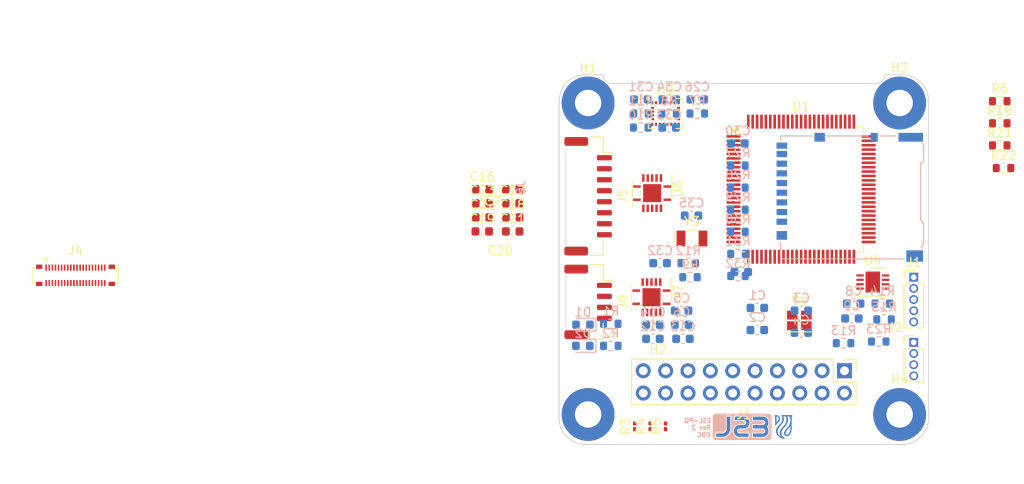
<source format=kicad_pcb>
(kicad_pcb (version 20240108) (generator "pcbnew") (generator_version "8.0")
  (title_block (title "Development of an ADCS for a PocketQube") (date "2023-09-06") (comment 2 "PCB Design") (comment 3 "22619291") (comment 4 "DP Theron"))
  (layers (0 "F.Cu" signal) (1 "In1.Cu" mixed) (2 "In2.Cu" mixed) (31 "B.Cu" signal) (34 "B.Paste" user) (35 "F.Paste" user) (36 "B.SilkS" user "B.Silkscreen") (37 "F.SilkS" user "F.Silkscreen") (38 "B.Mask" user) (39 "F.Mask" user) (44 "Edge.Cuts" user))
  (net 0 "")
  (net 1 "OPA1")
  (net 2 "1-")
  (net 3 "2-")
  (net 4 "OPA2")
  (net 5 "3-")
  (net 6 "OPA3")
  (net 7 "OPA4")
  (net 8 "4-")
  (net 9 "OPA5")
  (net 10 "5-")
  (net 11 "OPA6")
  (net 12 "6-")
  (net 13 "OSC_IN")
  (net 14 "OSC_OUT")
  (net 15 "OSC32_IN")
  (net 16 "OSC32_OUT")
  (net 17 "NRST")
  (net 18 "SPI NSS")
  (net 19 "SPI MOSI")
  (net 20 "SPI SCK")
  (net 21 "SPI MISO")
  (net 22 "1+")
  (net 23 "2+")
  (net 24 "3+")
  (net 25 "4+")
  (net 26 "5+")
  (net 27 "6+")
  (net 28 "SCL")
  (net 29 "SDA")
  (net 32 "/Daughterboard Connector/DB13")
  (net 33 "USART RX")
  (net 34 "USART TX")
  (net 35 "DCap")
  (net 38 "/Daughterboard Connector/DB22")
  (net 44 "SWCLK")
  (net 45 "SWDIO")
  (net 48 "/Daughterboard Connector/DB34")
  (net 49 "/Daughterboard Connector/DB37")
  (net 54 "/Daughterboard Connector/DB35")
  (net 55 "/Daughterboard Connector/DB6")
  (net 67 "SAOG")
  (net 68 "SAOM")
  (net 69 "/Daughterboard Connector/DB3")
  (net 70 "/Daughterboard Connector/DB32")
  (net 71 "CSAG")
  (net 72 "CSM")
  (net 73 "GND")
  (net 74 "Net-(U3-CAP)")
  (net 75 "Net-(U3-C1)")
  (net 76 "Net-(U4-VCC)")
  (net 78 "Net-(D1-A)")
  (net 79 "Net-(D2-A)")
  (net 80 "Net-(H1-Pad1)")
  (net 81 "Net-(H2-Pad1)")
  (net 82 "Net-(H3-Pad1)")
  (net 83 "Net-(H4-Pad1)")
  (net 84 "Net-(J6-DAT1)")
  (net 85 "Net-(J6-DAT2)")
  (net 86 "3V3")
  (net 87 "PPS")
  (net 88 "5V")
  (net 89 "PWR")
  (net 90 "TX")
  (net 91 "RS-EN")
  (net 92 "RS-A")
  (net 93 "RS-B")
  (net 107 "/Daughterboard Connector/DB10")
  (net 108 "/Daughterboard Connector/DB29")
  (net 112 "/Daughterboard Connector/DB39")
  (net 114 "/Daughterboard Connector/DB25")
  (net 115 "/Daughterboard Connector/DB26")
  (net 117 "/Daughterboard Connector/DB14")
  (net 118 "/Daughterboard Connector/DB5")
  (net 120 "/Daughterboard Connector/DB19")
  (net 127 "/Daughterboard Connector/DB8")
  (net 128 "/Daughterboard Connector/DB2")
  (net 129 "/Daughterboard Connector/DB24")
  (net 131 "/Daughterboard Connector/DB30")
  (net 133 "/Daughterboard Connector/DB18")
  (net 136 "/Daughterboard Connector/DB12")
  (net 138 "/Daughterboard Connector/DB38")
  (net 140 "/Daughterboard Connector/DB33")
  (net 141 "/Daughterboard Connector/DB31")
  (net 144 "/Daughterboard Connector/DB7")
  (net 146 "/Daughterboard Connector/DB23")
  (net 149 "/Daughterboard Connector/DB40")
  (net 153 "S1_3V3")
  (net 154 "S2_3V3")
  (net 155 "/Daughterboard Connector/DB17")
  (net 156 "/Daughterboard Connector/DB11")
  (net 157 "/Daughterboard Connector/DB27")
  (net 158 "/Daughterboard Connector/DB15")
  (net 159 "/Daughterboard Connector/DB21")
  (net 160 "/Daughterboard Connector/DB9")
  (net 161 "/Daughterboard Connector/DB28")
  (net 162 "/Daughterboard Connector/DB4")
  (net 163 "/Daughterboard Connector/DB16")
  (net 164 "/Daughterboard Connector/DB36")
  (net 165 "/Daughterboard Connector/DB1")
  (net 166 "/Daughterboard Connector/DB20")
  (net 171 "I2C-SDA")
  (net 172 "I2C-SCL")
  (footprint "Skripsie:JST_GH_SM04B-GHS-TB_1x04-1MP_P1.25mm_Horizontal" (layer "F.Cu") (at 231.8 48.6 -90)
    (property "Reference" "J8" (at 0 -3.9 90) (layer "F.SilkS"))
    (property "Value" "Conn_01x04_MountingPin")
    (pad "1" smd roundrect (at -1.875 -1.85 270) (size 0.6 1.7) (layers "F.Cu" "F.Paste" "F.Mask") (net 27 "6+"))
    (pad "2" smd roundrect (at -0.625 -1.85 270) (size 0.6 1.7) (layers "F.Cu" "F.Paste" "F.Mask") (net 12 "6-"))
    (pad "3" smd roundrect (at 0.625 -1.85 270) (size 0.6 1.7) (layers "F.Cu" "F.Paste" "F.Mask") (net 10 "5-"))
    (pad "4" smd roundrect (at 1.875 -1.85 270) (size 0.6 1.7) (layers "F.Cu" "F.Paste" "F.Mask") (net 26 "5+"))
    (pad "MP" smd roundrect (at -3.725 1.35 270) (size 1 2.7) (layers "F.Cu" "F.Paste" "F.Mask"))
    (pad "MP" smd roundrect (at 3.725 1.35 270) (size 1 2.7) (layers "F.Cu" "F.Paste" "F.Mask"))
  )
  (footprint "Resistor_SMD:R_0603_1608Metric" (layer "F.Cu") (at 278.575 30.82)
    (property "Reference" "R21" (at 0 -1.43 0) (layer "F.SilkS"))
    (property "Value" "0")
    (pad "1" smd roundrect (at -0.825 0) (size 0.8 0.95) (layers "F.Cu" "F.Paste" "F.Mask") (net 73 "GND"))
    (pad "2" smd roundrect (at 0.825 0) (size 0.8 0.95) (layers "F.Cu" "F.Paste" "F.Mask") (net 82 "Net-(H3-Pad1)"))
  )
  (footprint "Skripsie:Crystal_SMD_EuroQuartz_X22-4Pin_2.5x2.0mm" (layer "F.Cu") (at 255.8 50.71)
    (property "Reference" "Y4" (at 0 -2.2 0) (layer "F.SilkS"))
    (property "Value" "80 MHz")
    (pad "1" smd rect (at -0.8 0.6) (size 1.2 1) (layers "F.Cu" "F.Paste" "F.Mask") (net 13 "OSC_IN"))
    (pad "2" smd rect (at 0.8 0.6) (size 1.2 1) (layers "F.Cu" "F.Paste" "F.Mask") (net 73 "GND"))
    (pad "3" smd rect (at 0.8 -0.6) (size 1.2 1) (layers "F.Cu" "F.Paste" "F.Mask") (net 14 "OSC_OUT"))
    (pad "4" smd rect (at -0.8 -0.6) (size 1.2 1) (layers "F.Cu" "F.Paste" "F.Mask") (net 73 "GND"))
  )
  (footprint "Resistor_SMD:R_0603_1608Metric" (layer "F.Cu") (at 278.575 28.31)
    (property "Reference" "R18" (at 0 -1.43 0) (layer "F.SilkS"))
    (property "Value" "0")
    (pad "1" smd roundrect (at -0.825 0) (size 0.8 0.95) (layers "F.Cu" "F.Paste" "F.Mask") (net 73 "GND"))
    (pad "2" smd roundrect (at 0.825 0) (size 0.8 0.95) (layers "F.Cu" "F.Paste" "F.Mask") (net 81 "Net-(H2-Pad1)"))
  )
  (footprint "Skripsie:PinHeader_1x05_P1.27mm_Vertical" (layer "F.Cu") (at 268.8 45.8)
    (property "Reference" "J1" (at 0 -1.695 0) (layer "F.SilkS"))
    (property "Value" "Conn_01x05")
    (pad "1" thru_hole rect (at 0 0) (size 1 1) (drill 0.65) (layers "*.Cu" "*.Mask") (net 35 "DCap"))
    (pad "2" thru_hole oval (at 0 1.27) (size 1 1) (drill 0.65) (layers "*.Cu" "*.Mask") (net 44 "SWCLK"))
    (pad "3" thru_hole oval (at 0 2.54) (size 1 1) (drill 0.65) (layers "*.Cu" "*.Mask") (net 73 "GND"))
    (pad "4" thru_hole oval (at 0 3.81) (size 1 1) (drill 0.65) (layers "*.Cu" "*.Mask") (net 45 "SWDIO"))
    (pad "5" thru_hole oval (at 0 5.08) (size 1 1) (drill 0.65) (layers "*.Cu" "*.Mask") (net 17 "NRST"))
  )
  (footprint "Connector_Hirose:Hirose_BM24_BM24-40DP-2-0.35V_2x20_P0.35mm_PowerPin2_Vertical" (layer "F.Cu") (at 173.55 45.588553)
    (property "Reference" "J4" (at 0 -2.81 0) (layer "F.SilkS"))
    (property "Value" "Conn_02x20_Odd_Even")
    (pad "1" smd rect (at -3.325 -0.875) (size 0.18 0.69) (layers "F.Cu" "F.Paste" "F.Mask") (net 165 "/Daughterboard Connector/DB1"))
    (pad "2" smd rect (at -3.325 0.875) (size 0.18 0.69) (layers "F.Cu" "F.Paste" "F.Mask") (net 128 "/Daughterboard Connector/DB2"))
    (pad "3" smd rect (at -2.975 -0.875) (size 0.18 0.69) (layers "F.Cu" "F.Paste" "F.Mask") (net 69 "/Daughterboard Connector/DB3"))
    (pad "4" smd rect (at -2.975 0.875) (size 0.18 0.69) (layers "F.Cu" "F.Paste" "F.Mask") (net 162 "/Daughterboard Connector/DB4"))
    (pad "5" smd rect (at -2.625 -0.875) (size 0.18 0.69) (layers "F.Cu" "F.Paste" "F.Mask") (net 118 "/Daughterboard Connector/DB5"))
    (pad "6" smd rect (at -2.625 0.875) (size 0.18 0.69) (layers "F.Cu" "F.Paste" "F.Mask") (net 55 "/Daughterboard Connector/DB6"))
    (pad "7" smd rect (at -2.275 -0.875) (size 0.18 0.69) (layers "F.Cu" "F.Paste" "F.Mask") (net 144 "/Daughterboard Connector/DB7"))
    (pad "8" smd rect (at -2.275 0.875) (size 0.18 0.69) (layers "F.Cu" "F.Paste" "F.Mask") (net 127 "/Daughterboard Connector/DB8"))
    (pad "9" smd rect (at -1.925 -0.875) (size 0.18 0.69) (layers "F.Cu" "F.Paste" "F.Mask") (net 160 "/Daughterboard Connector/DB9"))
    (pad "10" smd rect (at -1.925 0.875) (size 0.18 0.69) (layers "F.Cu" "F.Paste" "F.Mask") (net 107 "/Daughterboard Connector/DB10"))
    (pad "11" smd rect (at -1.575 -0.875) (size 0.18 0.69) (layers "F.Cu" "F.Paste" "F.Mask") (net 156 "/Daughterboard Connector/DB11"))
    (pad "12" smd rect (at -1.575 0.875) (size 0.18 0.69) (layers "F.Cu" "F.Paste" "F.Mask") (net 136 "/Daughterboard Connector/DB12"))
    (pad "13" smd rect (at -1.225 -0.875) (size 0.18 0.69) (layers "F.Cu" "F.Paste" "F.Mask") (net 32 "/Daughterboard Connector/DB13"))
    (pad "14" smd rect (at -1.225 0.875) (size 0.18 0.69) (layers "F.Cu" "F.Paste" "F.Mask") (net 117 "/Daughterboard Connector/DB14"))
    (pad "15" smd rect (at -0.875 -0.875) (size 0.18 0.69) (layers "F.Cu" "F.Paste" "F.Mask") (net 158 "/Daughterboard Connector/DB15"))
    (pad "16" smd rect (at -0.875 0.875) (size 0.18 0.69) (layers "F.Cu" "F.Paste" "F.Mask") (net 163 "/Daughterboard Connector/DB16"))
    (pad "17" smd rect (at -0.525 -0.875) (size 0.18 0.69) (layers "F.Cu" "F.Paste" "F.Mask") (net 155 "/Daughterboard Connector/DB17"))
    (pad "18" smd rect (at -0.525 0.875) (size 0.18 0.69) (layers "F.Cu" "F.Paste" "F.Mask") (net 133 "/Daughterboard Connector/DB18"))
    (pad "19" smd rect (at -0.175 -0.875) (size 0.18 0.69) (layers "F.Cu" "F.Paste" "F.Mask") (net 120 "/Daughterboard Connector/DB19"))
    (pad "20" smd rect (at -0.175 0.875) (size 0.18 0.69) (layers "F.Cu" "F.Paste" "F.Mask") (net 166 "/Daughterboard Connector/DB20"))
    (pad "21" smd rect (at 0.175 -0.875) (size 0.18 0.69) (layers "F.Cu" "F.Paste" "F.Mask") (net 159 "/Daughterboard Connector/DB21"))
    (pad "22" smd rect (at 0.175 0.875) (size 0.18 0.69) (layers "F.Cu" "F.Paste" "F.Mask") (net 38 "/Daughterboard Connector/DB22"))
    (pad "23" smd rect (at 0.525 -0.875) (size 0.18 0.69) (layers "F.Cu" "F.Paste" "F.Mask") (net 146 "/Daughterboard Connector/DB23"))
    (pad "24" smd rect (at 0.525 0.875) (size 0.18 0.69) (layers "F.Cu" "F.Paste" "F.Mask") (net 129 "/Daughterboard Connector/DB24"))
    (pad "25" smd rect (at 0.875 -0.875) (size 0.18 0.69) (layers "F.Cu" "F.Paste" "F.Mask") (net 114 "/Daughterboard Connector/DB25"))
    (pad "26" smd rect (at 0.875 0.875) (size 0.18 0.69) (layers "F.Cu" "F.Paste" "F.Mask") (net 115 "/Daughterboard Connector/DB26"))
    (pad "27" smd rect (at 1.225 -0.875) (size 0.18 0.69) (layers "F.Cu" "F.Paste" "F.Mask") (net 157 "/Daughterboard Connector/DB27"))
    (pad "28" smd rect (at 1.225 0.875) (size 0.18 0.69) (layers "F.Cu" "F.Paste" "F.Mask") (net 161 "/Daughterboard Connector/DB28"))
    (pad "29" smd rect (at 1.575 -0.875) (size 0.18 0.69) (layers "F.Cu" "F.Paste" "F.Mask") (net 108 "/Daughterboard Connector/DB29"))
    (pad "30" smd rect (at 1.575 0.875) (size 0.18 0.69) (layers "F.Cu" "F.Paste" "F.Mask") (net 131 "/Daughterboard Connector/DB30"))
    (pad "31" smd rect (at 1.925 -0.875) (size 0.18 0.69) (layers "F.Cu" "F.Paste" "F.Mask") (net 141 "/Daughterboard Connector/DB31"))
    (pad "32" smd rect (at 1.925 0.875) (size 0.18 0.69) (layers "F.Cu" "F.Paste" "F.Mask") (net 70 "/Daughterboard Connector/DB32"))
    (pad "33" smd rect (at 2.275 -0.875) (size 0.18 0.69) (layers "F.Cu" "F.Paste" "F.Mask") (net 140 "/Daughterboard Connector/DB33"))
    (pad "34" smd rect (at 2.275 0.875) (size 0.18 0.69) (layers "F.Cu" "F.Paste" "F.Mask") (net 48 "/Daughterboard Connector/DB34"))
    (pad "35" smd rect (at 2.625 -0.875) (size 0.18 0.69) (layers "F.Cu" "F.Paste" "F.Mask") (net 54 "/Daughterboard Connector/DB35"))
    (pad "36" smd rect (at 2.625 0.875) (size 0.18 0.69) (layers "F.Cu" "F.Paste" "F.Mask") (net 164 "/Daughterboard Connector/DB36"))
    (pad "37" smd rect (at 2.975 -0.875) (size 0.18 0.69) (layers "F.Cu" "F.Paste" "F.Mask") (net 49 "/Daughterboard Connector/DB37"))
    (pad "38" smd rect (at 2.975 0.875) (size 0.18 0.69) (layers "F.Cu" "F.Paste" "F.Mask") (net 138 "/Daughterboard Connector/DB38"))
    (pad "39" smd rect (at 3.325 -0.875) (size 0.18 0.69) (layers "F.Cu" "F.Paste" "F.Mask") (net 112 "/Daughterboard Connector/DB39"))
    (pad "40" smd rect (at 3.325 0.875) (size 0.18 0.69) (layers "F.Cu" "F.Paste" "F.Mask") (net 149 "/Daughterboard Connector/DB40"))
    (pad "41" smd rect (at -4.125 -0.975) (size 0.73 0.49) (layers "F.Cu" "F.Paste" "F.Mask"))
    (pad "41" smd rect (at -4.125 0.975) (size 0.73 0.49) (layers "F.Cu" "F.Paste" "F.Mask"))
    (pad "42" smd rect (at 4.125 -0.975) (size 0.73 0.49) (layers "F.Cu" "F.Paste" "F.Mask"))
    (pad "42" smd rect (at 4.125 0.975) (size 0.73 0.49) (layers "F.Cu" "F.Paste" "F.Mask"))
  )
  (footprint "MountingHole:MountingHole_3mm_Pad" (layer "F.Cu") (at 267.2 61.4)
    (property "Reference" "H4" (at 0 -4 0) (layer "F.SilkS"))
    (property "Value" "MountingHole_Pad")
    (pad "1" thru_hole circle (at 0 0) (size 6 6) (drill 3) (layers "*.Cu" "*.Mask") (net 83 "Net-(H4-Pad1)"))
  )
  (footprint "Skripsie:LGA-24L_3x3.5mm_P0.43mm" (layer "F.Cu") (at 240.6 27.2)
    (property "Reference" "U3" (at 0 -2.7 0) (layer "F.SilkS"))
    (property "Value" "LSM9DS1TR")
    (pad "1" smd rect (at -1.505 -1.225) (size 0.23 0.35) (layers "F.Cu" "F.Paste" "F.Mask") (net 35 "DCap"))
    (pad "2" smd rect (at -1.475 -0.645) (size 0.35 0.23) (layers "F.Cu" "F.Paste" "F.Mask") (net 28 "SCL"))
    (pad "3" smd rect (at -1.475 -0.215) (size 0.35 0.23) (layers "F.Cu" "F.Paste" "F.Mask") (net 35 "DCap"))
    (pad "4" smd rect (at -1.475 0.215) (size 0.35 0.23) (layers "F.Cu" "F.Paste" "F.Mask") (net 29 "SDA"))
    (pad "5" smd rect (at -1.475 0.645) (size 0.35 0.23) (layers "F.Cu" "F.Paste" "F.Mask") (net 67 "SAOG"))
    (pad "6" smd rect (at -1.505 1.225) (size 0.23 0.35) (layers "F.Cu" "F.Paste" "F.Mask") (net 68 "SAOM"))
    (pad "7" smd rect (at -1.075 1.225) (size 0.23 0.35) (layers "F.Cu" "F.Paste" "F.Mask") (net 71 "CSAG"))
    (pad "8" smd rect (at -0.645 1.225) (size 0.23 0.35) (layers "F.Cu" "F.Paste" "F.Mask") (net 72 "CSM"))
    (pad "9" smd rect (at -0.215 1.225) (size 0.23 0.35) (layers "F.Cu" "F.Paste" "F.Mask"))
    (pad "10" smd rect (at 0.215 1.225) (size 0.23 0.35) (layers "F.Cu" "F.Paste" "F.Mask"))
    (pad "11" smd rect (at 0.645 1.225) (size 0.23 0.35) (layers "F.Cu" "F.Paste" "F.Mask"))
    (pad "12" smd rect (at 1.075 1.225) (size 0.23 0.35) (layers "F.Cu" "F.Paste" "F.Mask"))
    (pad "13" smd rect (at 1.505 1.225) (size 0.23 0.35) (layers "F.Cu" "F.Paste" "F.Mask"))
    (pad "14" smd rect (at 1.475 0.645) (size 0.35 0.23) (layers "F.Cu" "F.Paste" "F.Mask") (net 73 "GND"))
    (pad "15" smd rect (at 1.475 0.215) (size 0.35 0.23) (layers "F.Cu" "F.Paste" "F.Mask") (net 73 "GND"))
    (pad "16" smd rect (at 1.475 -0.215) (size 0.35 0.23) (layers "F.Cu" "F.Paste" "F.Mask") (net 73 "GND"))
    (pad "17" smd rect (at 1.475 -0.645) (size 0.35 0.23) (layers "F.Cu" "F.Paste" "F.Mask") (net 73 "GND"))
    (pad "18" smd rect (at 1.505 -1.225) (size 0.23 0.35) (layers "F.Cu" "F.Paste" "F.Mask") (net 73 "GND"))
    (pad "19" smd rect (at 1.075 -1.225) (size 0.23 0.35) (layers "F.Cu" "F.Paste" "F.Mask") (net 73 "GND"))
    (pad "20" smd rect (at 0.645 -1.225) (size 0.23 0.35) (layers "F.Cu" "F.Paste" "F.Mask") (net 73 "GND"))
    (pad "21" smd rect (at 0.215 -1.225) (size 0.23 0.35) (layers "F.Cu" "F.Paste" "F.Mask") (net 74 "Net-(U3-CAP)"))
    (pad "22" smd rect (at -0.215 -1.225) (size 0.23 0.35) (layers "F.Cu" "F.Paste" "F.Mask") (net 35 "DCap"))
    (pad "23" smd rect (at -0.645 -1.225) (size 0.23 0.35) (layers "F.Cu" "F.Paste" "F.Mask") (net 35 "DCap"))
    (pad "24" smd rect (at -1.075 -1.225) (size 0.23 0.35) (layers "F.Cu" "F.Paste" "F.Mask") (net 75 "Net-(U3-C1)"))
  )
  (footprint "Resistor_SMD:R_0603_1608Metric" (layer "F.Cu") (at 278.575 25.8)
    (property "Reference" "R6" (at 0 -1.43 0) (layer "F.SilkS"))
    (property "Value" "0")
    (pad "1" smd roundrect (at -0.825 0) (size 0.8 0.95) (layers "F.Cu" "F.Paste" "F.Mask") (net 73 "GND"))
    (pad "2" smd roundrect (at 0.825 0) (size 0.8 0.95) (layers "F.Cu" "F.Paste" "F.Mask") (net 80 "Net-(H1-Pad1)"))
  )
  (footprint "MountingHole:MountingHole_3mm_Pad" (layer "F.Cu") (at 267.2 26)
    (property "Reference" "H3" (at 0 -4 0) (layer "F.SilkS"))
    (property "Value" "MountingHole_Pad")
    (pad "1" thru_hole circle (at 0 0) (size 6 6) (drill 3) (layers "*.Cu" "*.Mask") (net 82 "Net-(H3-Pad1)"))
  )
  (footprint "ESL_PQ:ESL_PQ_Main_Header" (layer "F.Cu") (at 249.5 56.43)
    (property "Reference" "J1" (at 0 5 0) (layer "F.SilkS"))
    (property "Value" "ESL_PQ_MainHeader")
    (pad "1" thru_hole rect (at 11.43 0 270) (size 1.7 1.7) (drill 1) (layers "*.Cu" "*.Mask"))
    (pad "2" thru_hole oval (at 8.89 0 270) (size 1.7 1.7) (drill 1) (layers "*.Cu" "*.Mask") (net 73 "GND"))
    (pad "3" thru_hole oval (at 6.35 0 270) (size 1.7 1.7) (drill 1) (layers "*.Cu" "*.Mask") (net 88 "5V"))
    (pad "4" thru_hole oval (at 3.81 0 270) (size 1.7 1.7) (drill 1) (layers "*.Cu" "*.Mask"))
    (pad "5" thru_hole oval (at 1.27 0 270) (size 1.7 1.7) (drill 1) (layers "*.Cu" "*.Mask"))
    (pad "6" thru_hole oval (at -1.27 0 270) (size 1.7 1.7) (drill 1) (layers "*.Cu" "*.Mask"))
    (pad "7" thru_hole oval (at -3.81 0 270) (size 1.7 1.7) (drill 1) (layers "*.Cu" "*.Mask"))
    (pad "8" thru_hole oval (at -6.35 0 270) (size 1.7 1.7) (drill 1) (layers "*.Cu" "*.Mask") (net 86 "3V3"))
    (pad "9" thru_hole oval (at -8.89 0 270) (size 1.7 1.7) (drill 1) (layers "*.Cu" "*.Mask") (net 73 "GND"))
    (pad "10" thru_hole oval (at -11.43 0 270) (size 1.7 1.7) (drill 1) (layers "*.Cu" "*.Mask"))
    (pad "11" thru_hole oval (at -11.43 2.54 270) (size 1.7 1.7) (drill 1) (layers "*.Cu" "*.Mask"))
    (pad "12" thru_hole oval (at -8.89 2.54 270) (size 1.7 1.7) (drill 1) (layers "*.Cu" "*.Mask") (net 73 "GND"))
    (pad "13" thru_hole oval (at -6.35 2.54 270) (size 1.7 1.7) (drill 1) (layers "*.Cu" "*.Mask"))
    (pad "14" thru_hole oval (at -3.81 2.54 270) (size 1.7 1.7) (drill 1) (layers "*.Cu" "*.Mask"))
    (pad "15" thru_hole oval (at -1.27 2.54 270) (size 1.7 1.7) (drill 1) (layers "*.Cu" "*.Mask") (net 87 "PPS"))
    (pad "16" thru_hole oval (at 1.27 2.54 270) (size 1.7 1.7) (drill 1) (layers "*.Cu" "*.Mask"))
    (pad "17" thru_hole oval (at 3.81 2.54 270) (size 1.7 1.7) (drill 1) (layers "*.Cu" "*.Mask"))
    (pad "18" thru_hole oval (at 6.35 2.54 270) (size 1.7 1.7) (drill 1) (layers "*.Cu" "*.Mask"))
    (pad "19" thru_hole oval (at 8.89 2.54 270) (size 1.7 1.7) (drill 1) (layers "*.Cu" "*.Mask") (net 73 "GND"))
    (pad "20" thru_hole oval (at 11.43 2.54 270) (size 1.7 1.7) (drill 1) (layers "*.Cu" "*.Mask") (net 29 "SDA"))
  )
  (footprint "Skripsie:PinHeader_1x04_P1.27mm_Vertical" (layer "F.Cu") (at 268.8 53.2)
    (property "Reference" "J2" (at -2.15 -1.695 0) (layer "F.SilkS"))
    (property "Value" "Conn_01x04")
    (pad "1" thru_hole rect (at 0 0) (size 1 1) (drill 0.65) (layers "*.Cu" "*.Mask") (net 35 "DCap"))
    (pad "2" thru_hole oval (at 0 1.27) (size 1 1) (drill 0.65) (layers "*.Cu" "*.Mask") (net 73 "GND"))
    (pad "3" thru_hole oval (at 0 2.54) (size 1 1) (drill 0.65) (layers "*.Cu" "*.Mask") (net 34 "USART TX"))
    (pad "4" thru_hole oval (at 0 3.81) (size 1 1) (drill 0.65) (layers "*.Cu" "*.Mask") (net 33 "USART RX"))
  )
  (footprint "Skripsie:Crystal_SMD_EuroQuartz_EQ161-2Pin_3.2x1.5mm" (layer "F.Cu") (at 243.6 41.4)
    (property "Reference" "Y3" (at 0 -1.95 0) (layer "F.SilkS"))
    (property "Value" "32.768 kHz")
    (pad "1" smd rect (at -1.25 0) (size 1 1.8) (layers "F.Cu" "F.Paste" "F.Mask") (net 15 "OSC32_IN"))
    (pad "2" smd rect (at 1.25 0) (size 1 1.8) (layers "F.Cu" "F.Paste" "F.Mask") (net 16 "OSC32_OUT"))
  )
  (footprint "Package_QFP:LQFP-100_14x14mm_P0.5mm" (layer "F.Cu") (at 256 35.8)
    (property "Reference" "U1" (at 0 -9.42 0) (layer "F.SilkS"))
    (property "Value" "STM32L496VGTxP")
    (pad "1" smd roundrect (at -7.675 -6) (size 1.6 0.3) (layers "F.Cu" "F.Paste" "F.Mask"))
    (pad "2" smd roundrect (at -7.675 -5.5) (size 1.6 0.3) (layers "F.Cu" "F.Paste" "F.Mask"))
    (pad "3" smd roundrect (at -7.675 -5) (size 1.6 0.3) (layers "F.Cu" "F.Paste" "F.Mask"))
    (pad "4" smd roundrect (at -7.675 -4.5) (size 1.6 0.3) (layers "F.Cu" "F.Paste" "F.Mask"))
    (pad "5" smd roundrect (at -7.675 -4) (size 1.6 0.3) (layers "F.Cu" "F.Paste" "F.Mask"))
    (pad "6" smd roundrect (at -7.675 -3.5) (size 1.6 0.3) (layers "F.Cu" "F.Paste" "F.Mask") (net 35 "DCap"))
    (pad "7" smd roundrect (at -7.675 -3) (size 1.6 0.3) (layers "F.Cu" "F.Paste" "F.Mask"))
    (pad "8" smd roundrect (at -7.675 -2.5) (size 1.6 0.3) (layers "F.Cu" "F.Paste" "F.Mask") (net 15 "OSC32_IN"))
    (pad "9" smd roundrect (at -7.675 -2) (size 1.6 0.3) (layers "F.Cu" "F.Paste" "F.Mask") (net 16 "OSC32_OUT"))
    (pad "10" smd roundrect (at -7.675 -1.5) (size 1.6 0.3) (layers "F.Cu" "F.Paste" "F.Mask") (net 73 "GND"))
    (pad "11" smd roundrect (at -7.675 -1) (size 1.6 0.3) (layers "F.Cu" "F.Paste" "F.Mask") (net 35 "DCap"))
    (pad "12" smd roundrect (at -7.675 -0.5) (size 1.6 0.3) (layers "F.Cu" "F.Paste" "F.Mask") (net 13 "OSC_IN"))
    (pad "13" smd roundrect (at -7.675 0) (size 1.6 0.3) (layers "F.Cu" "F.Paste" "F.Mask") (net 14 "OSC_OUT"))
    (pad "14" smd roundrect (at -7.675 0.5) (size 1.6 0.3) (layers "F.Cu" "F.Paste" "F.Mask") (net 17 "NRST"))
    (pad "15" smd roundrect (at -7.675 1) (size 1.6 0.3) (layers "F.Cu" "F.Paste" "F.Mask") (net 71 "CSAG"))
    (pad "16" smd roundrect (at -7.675 1.5) (size 1.6 0.3) (layers "F.Cu" "F.Paste" "F.Mask") (net 67 "SAOG"))
    (pad "17" smd roundrect (at -7.675 2) (size 1.6 0.3) (layers "F.Cu" "F.Paste" "F.Mask") (net 72 "CSM"))
    (pad "18" smd roundrect (at -7.675 2.5) (size 1.6 0.3) (layers "F.Cu" "F.Paste" "F.Mask") (net 68 "SAOM"))
    (pad "19" smd roundrect (at -7.675 3) (size 1.6 0.3) (layers "F.Cu" "F.Paste" "F.Mask") (net 73 "GND"))
    (pad "20" smd roundrect (at -7.675 3.5) (size 1.6 0.3) (layers "F.Cu" "F.Paste" "F.Mask"))
    (pad "21" smd roundrect (at -7.675 4) (size 1.6 0.3) (layers "F.Cu" "F.Paste" "F.Mask"))
    (pad "22" smd roundrect (at -7.675 4.5) (size 1.6 0.3) (layers "F.Cu" "F.Paste" "F.Mask") (net 35 "DCap"))
    (pad "23" smd roundrect (at -7.675 5) (size 1.6 0.3) (layers "F.Cu" "F.Paste" "F.Mask") (net 1 "OPA1"))
    (pad "24" smd roundrect (at -7.675 5.5) (size 1.6 0.3) (layers "F.Cu" "F.Paste" "F.Mask") (net 4 "OPA2"))
    (pad "25" smd roundrect (at -7.675 6) (size 1.6 0.3) (layers "F.Cu" "F.Paste" "F.Mask") (net 6 "OPA3"))
    (pad "26" smd roundrect (at -6 7.675) (size 0.3 1.6) (layers "F.Cu" "F.Paste" "F.Mask") (net 7 "OPA4"))
    (pad "27" smd roundrect (at -5.5 7.675) (size 0.3 1.6) (layers "F.Cu" "F.Paste" "F.Mask") (net 73 "GND"))
    (pad "28" smd roundrect (at -5 7.675) (size 0.3 1.6) (layers "F.Cu" "F.Paste" "F.Mask") (net 35 "DCap"))
    (pad "29" smd roundrect (at -4.5 7.675) (size 0.3 1.6) (layers "F.Cu" "F.Paste" "F.Mask") (net 9 "OPA5"))
    (pad "30" smd roundrect (at -4 7.675) (size 0.3 1.6) (layers "F.Cu" "F.Paste" "F.Mask") (net 11 "OPA6"))
    (pad "31" smd roundrect (at -3.5 7.675) (size 0.3 1.6) (layers "F.Cu" "F.Paste" "F.Mask"))
    (pad "32" smd roundrect (at -3 7.675) (size 0.3 1.6) (layers "F.Cu" "F.Paste" "F.Mask"))
    (pad "33" smd roundrect (at -2.5 7.675) (size 0.3 1.6) (layers "F.Cu" "F.Paste" "F.Mask"))
    (pad "34" smd roundrect (at -2 7.675) (size 0.3 1.6) (layers "F.Cu" "F.Paste" "F.Mask"))
    (pad "35" smd roundrect (at -1.5 7.675) (size 0.3 1.6) (layers "F.Cu" "F.Paste" "F.Mask"))
    (pad "36" smd roundrect (at -1 7.675) (size 0.3 1.6) (layers "F.Cu" "F.Paste" "F.Mask"))
    (pad "37" smd roundrect (at -0.5 7.675) (size 0.3 1.6) (layers "F.Cu" "F.Paste" "F.Mask"))
    (pad "38" smd roundrect (at 0 7.675) (size 0.3 1.6) (layers "F.Cu" "F.Paste" "F.Mask"))
    (pad "39" smd roundrect (at 0.5 7.675) (size 0.3 1.6) (layers "F.Cu" "F.Paste" "F.Mask"))
    (pad "40" smd roundrect (at 1 7.675) (size 0.3 1.6) (layers "F.Cu" "F.Paste" "F.Mask"))
    (pad "41" smd roundrect (at 1.5 7.675) (size 0.3 1.6) (layers "F.Cu" "F.Paste" "F.Mask"))
    (pad "42" smd roundrect (at 2 7.675) (size 0.3 1.6) (layers "F.Cu" "F.Paste" "F.Mask"))
    (pad "43" smd roundrect (at 2.5 7.675) (size 0.3 1.6) (layers "F.Cu" "F.Paste" "F.Mask") (net 18 "SPI NSS"))
    (pad "44" smd roundrect (at 3 7.675) (size 0.3 1.6) (layers "F.Cu" "F.Paste" "F.Mask") (net 20 "SPI SCK"))
    (pad "45" smd roundrect (at 3.5 7.675) (size 0.3 1.6) (layers "F.Cu" "F.Paste" "F.Mask") (net 21 "SPI MISO"))
    (pad "46" smd roundrect (at 4 7.675) (size 0.3 1.6) (layers "F.Cu" "F.Paste" "F.Mask") (net 19 "SPI MOSI"))
    (pad "47" smd roundrect (at 4.5 7.675) (size 0.3 1.6) (layers "F.Cu" "F.Paste" "F.Mask"))
    (pad "48" smd roundrect (at 5 7.675) (size 0.3 1.6) (layers "F.Cu" "F.Paste" "F.Mask") (net 35 "DCap"))
    (pad "49" smd roundrect (at 5.5 7.675) (size 0.3 1.6) (layers "F.Cu" "F.Paste" "F.Mask") (net 73 "GND"))
    (pad "50" smd roundrect (at 6 7.675) (size 0.3 1.6) (layers "F.Cu" "F.Paste" "F.Mask") (net 35 "DCap"))
    (pad "51" smd roundrect (at 7.675 6) (size 1.6 0.3) (layers "F.Cu" "F.Paste" "F.Mask"))
    (pad "52" smd roundrect (at 7.675 5.5) (size 1.6 0.3) (layers "F.Cu" "F.Paste" "F.Mask") (net 28 "SCL"))
    (pad "53" smd roundrect (at 7.675 5) (size 1.6 0.3) (layers "F.Cu" "F.Paste" "F.Mask") (net 29 "SDA"))
    (pad "54" smd roundrect (at 7.675 4.5) (size 1.6 0.3) (layers "F.Cu" "F.Paste" "F.Mask"))
    (pad "55" smd roundrect (at 7.675 4) (size 1.6 0.3) (layers "F.Cu" "F.Paste" "F.Mask"))
    (pad "56" smd roundrect (at 7.675 3.5) (size 1.6 0.3) (layers "F.Cu" "F.Paste" "F.Mask"))
    (pad "57" smd roundrect (at 7.675 3) (size 1.6 0.3) (layers "F.Cu" "F.Paste" "F.Mask"))
    (pad "58" smd roundrect (at 7.675 2.5) (size 1.6 0.3) (layers "F.Cu" "F.Paste" "F.Mask"))
    (pad "59" smd roundrect (at 7.675 2) (size 1.6 0.3) (layers "F.Cu" "F.Paste" "F.Mask"))
    (pad "60" smd roundrect (at 7.675 1.5) (size 1.6 0.3) (layers "F.Cu" "F.Paste" "F.Mask"))
    (pad "61" smd roundrect (at 7.675 1) (size 1.6 0.3) (layers "F.Cu" "F.Paste" "F.Mask"))
    (pad "62" smd roundrect (at 7.675 0.5) (size 1.6 0.3) (layers "F.Cu" "F.Paste" "F.Mask"))
    (pad "63" smd roundrect (at 7.675 0) (size 1.6 0.3) (layers "F.Cu" "F.Paste" "F.Mask"))
    (pad "64" smd roundrect (at 7.675 -0.5) (size 1.6 0.3) (layers "F.Cu" "F.Paste" "F.Mask"))
    (pad "65" smd roundrect (at 7.675 -1) (size 1.6 0.3) (layers "F.Cu" "F.Paste" "F.Mask"))
    (pad "66" smd roundrect (at 7.675 -1.5) (size 1.6 0.3) (layers "F.Cu" "F.Paste" "F.Mask"))
    (pad "67" smd roundrect (at 7.675 -2) (size 1.6 0.3) (layers "F.Cu" "F.Paste" "F.Mask") (net 91 "RS-EN"))
    (pad "68" smd roundrect (at 7.675 -2.5) (size 1.6 0.3) (layers "F.Cu" "F.Paste" "F.Mask") (net 34 "USART TX"))
    (pad "69" smd roundrect (at 7.675 -3) (size 1.6 0.3) (layers "F.Cu" "F.Paste" "F.Mask") (net 33 "USART RX"))
    (pad "70" smd roundrect (at 7.675 -3.5) (size 1.6 0.3) (layers "F.Cu" "F.Paste" "F.Mask"))
    (pad "71" smd roundrect (at 7.675 -4) (size 1.6 0.3) (layers "F.Cu" "F.Paste" "F.Mask"))
    (pad "72" smd roundrect (at 7.675 -4.5) (size 1.6 0.3) (layers "F.Cu" "F.Paste" "F.Mask") (net 45 "SWDIO"))
    (pad "73" smd roundrect (at 7.675 -5) (size 1.6 0.3) (layers "F.Cu" "F.Paste" "F.Mask") (net 35 "DCap"))
    (pad "74" smd roundrect (at 7.675 -5.5) (size 1.6 0.3) (layers "F.Cu" "F.Paste" "F.Mask") (net 73 "GND"))
    (pad "75" smd roundrect (at 7.675 -6) (size 1.6 0.3) (layers "F.Cu" "F.Paste" "F.Mask") (net 35 "DCap"))
    (pad "76" smd roundrect (at 6 -7.675) (size 0.3 1.6) (layers "F.Cu" "F.Paste" "F.Mask") (net 44 "SWCLK"))
    (pad "77" smd roundrect (at 5.5 -7.675) (size 0.3 1.6) (layers "F.Cu" "F.Paste" "F.Mask"))
    (pad "78" smd roundrect (at 5 -7.675) (size 0.3 1.6) (layers "F.Cu" "F.Paste" "F.Mask"))
    (pad "79" smd roundrect (at 4.5 -7.675) (size 0.3 1.6) (layers "F.Cu" "F.Paste" "F.Mask"))
    (pad "80" smd roundrect (at 4 -7.675) (size 0.3 1.6) (layers "F.Cu" "F.Paste" "F.Mask"))
    (pad "81" smd roundrect (at 3.5 -7.675) (size 0.3 1.6) (layers "F.Cu" "F.Paste" "F.Mask"))
    (pad "82" smd roundrect (at 3 -7.675) (size 0.3 1.6) (layers "F.Cu" "F.Paste" "F.Mask"))
    (pad "83" smd roundrect (at 2.5 -7.675) (size 0.3 1.6) (layers "F.Cu" "F.Paste" "F.Mask"))
    (pad "84" smd roundrect (at 2 -7.675) (size 0.3 1.6) (layers "F.Cu" "F.Paste" "F.Mask"))
    (pad "85" smd roundrect (at 1.5 -7.675) (size 0.3 1.6) (layers "F.Cu" "F.Paste" "F.Mask"))
    (pad "86" smd roundrect (at 1 -7.675) (size 0.3 1.6) (layers "F.Cu" "F.Paste" "F.Mask"))
    (pad "87" smd roundrect (at 0.5 -7.675) (size 0.3 1.6) (layers "F.Cu" "F.Paste" "F.Mask"))
    (pad "88" smd roundrect (at 0 -7.675) (size 0.3 1.6) (layers "F.Cu" "F.Paste" "F.Mask"))
    (pad "89" smd roundrect (at -0.5 -7.675) (size 0.3 1.6) (layers "F.Cu" "F.Paste" "F.Mask"))
    (pad "90" smd roundrect (at -1 -7.675) (size 0.3 1.6) (layers "F.Cu" "F.Paste" "F.Mask"))
    (pad "91" smd roundrect (at -1.5 -7.675) (size 0.3 1.6) (layers "F.Cu" "F.Paste" "F.Mask") (net 87 "PPS"))
    (pad "92" smd roundrect (at -2 -7.675) (size 0.3 1.6) (layers "F.Cu" "F.Paste" "F.Mask") (net 172 "I2C-SCL"))
    (pad "93" smd roundrect (at -2.5 -7.675) (size 0.3 1.6) (layers "F.Cu" "F.Paste" "F.Mask") (net 171 "I2C-SDA"))
    (pad "94" smd roundrect (at -3 -7.675) (size 0.3 1.6) (layers "F.Cu" "F.Paste" "F.Mask"))
    (pad "95" smd roundrect (at -3.5 -7.675) (size 0.3 1.6) (layers "F.Cu" "F.Paste" "F.Mask"))
    (pad "96" smd roundrect (at -4 -7.675) (size 0.3 1.6) (layers "F.Cu" "F.Paste" "F.Mask"))
    (pad "97" smd roundrect (at -4.5 -7.675) (size 0.3 1.6) (layers "F.Cu" "F.Paste" "F.Mask"))
    (pad "98" smd roundrect (at -5 -7.675) (size 0.3 1.6) (layers "F.Cu" "F.Paste" "F.Mask") (net 35 "DCap"))
    (pad "99" smd roundrect (at -5.5 -7.675) (size 0.3 1.6) (layers "F.Cu" "F.Paste" "F.Mask") (net 73 "GND"))
    (pad "100" smd roundrect (at -6 -7.675) (size 0.3 1.6) (layers "F.Cu" "F.Paste" "F.Mask") (net 35 "DCap"))
  )
  (footprint "Skripsie:R_0201_0603Metric" (layer "F.Cu") (at 238.85 62.745 90)
    (property "Reference" "R4" (at 0 -1.05 -90) (layer "F.SilkS"))
    (property "Value" "0")
    (pad "1" smd roundrect (at -0.32 0 90) (size 0.46 0.4) (layers "F.Cu" "F.Mask") (net 35 "DCap"))
    (pad "2" smd roundrect (at 0.32 0 90) (size 0.46 0.4) (layers "F.Cu" "F.Mask") (net 153 "S1_3V3"))
  )
  (footprint "Capacitor_SMD:C_0603_1608Metric" (layer "F.Cu") (at 219.775 35.8)
    (property "Reference" "C16" (at 0 -1.43 0) (layer "F.SilkS"))
    (property "Value" "10u")
    (pad "1" smd roundrect (at -0.775 0) (size 0.9 0.95) (layers "F.Cu" "F.Paste" "F.Mask") (net 35 "DCap"))
    (pad "2" smd roundrect (at 0.775 0) (size 0.9 0.95) (layers "F.Cu" "F.Paste" "F.Mask") (net 73 "GND"))
  )
  (footprint "MountingHole:MountingHole_3mm_Pad" (layer "F.Cu") (at 231.8 61.4)
    (property "Reference" "H2" (at 7.94 -7.4 0) (layer "F.SilkS"))
    (property "Value" "MountingHole_Pad")
    (pad "1" thru_hole circle (at 0 0) (size 6 6) (drill 3) (layers "*.Cu" "*.Mask") (net 81 "Net-(H2-Pad1)"))
  )
  (footprint "Capacitor_SMD:C_0603_1608Metric" (layer "F.Cu") (at 219.8 39)
    (property "Reference" "C22" (at 0 -1.43 0) (layer "F.SilkS"))
    (property "Value" "100n")
    (pad "1" smd roundrect (at -0.775 0) (size 0.9 0.95) (layers "F.Cu" "F.Paste" "F.Mask") (net 35 "DCap"))
    (pad "2" smd roundrect (at 0.775 0) (size 0.9 0.95) (layers "F.Cu" "F.Paste" "F.Mask") (net 73 "GND"))
  )
  (footprint "Capacitor_SMD:C_0603_1608Metric" (layer "F.Cu") (at 223.225 39)
    (property "Reference" "C18" (at 0 -1.43 0) (layer "F.SilkS"))
    (property "Value" "100n")
    (pad "1" smd roundrect (at -0.775 0) (size 0.9 0.95) (layers "F.Cu" "F.Paste" "F.Mask") (net 35 "DCap"))
    (pad "2" smd roundrect (at 0.775 0) (size 0.9 0.95) (layers "F.Cu" "F.Paste" "F.Mask") (net 73 "GND"))
  )
  (footprint "Skripsie:R_0201_0603Metric" (layer "F.Cu") (at 237.1 62.745 90)
    (property "Reference" "R3" (at 0 -1.05 -90) (layer "F.SilkS"))
    (property "Value" "0")
    (pad "1" smd roundrect (at -0.32 0 90) (size 0.46 0.4) (layers "F.Cu" "F.Mask") (net 86 "3V3"))
    (pad "2" smd roundrect (at 0.32 0 90) (size 0.46 0.4) (layers "F.Cu" "F.Mask") (net 35 "DCap"))
  )
  (footprint "Skripsie:DFN-8-1EP_3x3mm_P0.5mm_EP1.65x2.38mm" (layer "F.Cu") (at 264.15 46.35)
    (property "Reference" "U4" (at 0 -2.45 0) (layer "F.SilkS"))
    (property "Value" "LTC2850HDD#PBF")
    (pad "1" smd roundrect (at -1.45 -0.75) (size 0.85 0.25) (layers "F.Cu" "F.Paste" "F.Mask") (net 34 "USART TX"))
    (pad "2" smd roundrect (at -1.45 -0.25) (size 0.85 0.25) (layers "F.Cu" "F.Paste" "F.Mask") (net 91 "RS-EN"))
    (pad "3" smd roundrect (at -1.45 0.25) (size 0.85 0.25) (layers "F.Cu" "F.Paste" "F.Mask") (net 91 "RS-EN"))
    (pad "4" smd roundrect (at -1.45 0.75) (size 0.85 0.25) (layers "F.Cu" "F.Paste" "F.Mask") (net 33 "USART RX"))
    (pad "5" smd roundrect (at 1.45 0.75) (size 0.85 0.25) (layers "F.Cu" "F.Paste" "F.Mask") (net 73 "GND"))
    (pad "6" smd roundrect (at 1.45 0.25) (size 0.85 0.25) (layers "F.Cu" "F.Paste" "F.Mask") (net 92 "RS-A"))
    (pad "7" smd roundrect (at 1.45 -0.25) (size 0.85 0.25) (layers "F.Cu" "F.Paste" "F.Mask") (net 93 "RS-B"))
    (pad "8" smd roundrect (at 1.45 -0.75) (size 0.85 0.25) (layers "F.Cu" "F.Paste" "F.Mask") (net 76 "Net-(U4-VCC)"))
    (pad "9" smd rect (at 0 0) (size 1.65 2.38) (layers "F.Cu" "F.Mask"))
  )
  (footprint "Capacitor_SMD:C_0603_1608Metric" (layer "F.Cu") (at 223.2 35.8)
    (property "Reference" "C7" (at -2.245 1.37 0) (layer "F.SilkS"))
    (property "Value" "100n")
    (pad "1" smd roundrect (at -0.775 0) (size 0.9 0.95) (layers "F.Cu" "F.Paste" "F.Mask") (net 17 "NRST"))
    (pad "2" smd roundrect (at 0.775 0) (size 0.9 0.95) (layers "F.Cu" "F.Paste" "F.Mask") (net 73 "GND"))
  )
  (footprint "Skripsie:JST_GH_SM08B-GHS-TB_1x08-1MP_P1.25mm_Horizontal" (layer "F.Cu") (at 231.8 36.6 -90)
    (property "Reference" "J5" (at 0 -3.9 90) (layer "F.SilkS"))
    (property "Value" "Conn_01x08_MountingPin")
    (pad "1" smd roundrect (at -4.375 -1.85 270) (size 0.6 1.7) (layers "F.Cu" "F.Paste" "F.Mask") (net 2 "1-"))
    (pad "2" smd roundrect (at -3.125 -1.85 270) (size 0.6 1.7) (layers "F.Cu" "F.Paste" "F.Mask") (net 22 "1+"))
    (pad "3" smd roundrect (at -1.875 -1.85 270) (size 0.6 1.7) (layers "F.Cu" "F.Paste" "F.Mask") (net 23 "2+"))
    (pad "4" smd roundrect (at -0.625 -1.85 270) (size 0.6 1.7) (layers "F.Cu" "F.Paste" "F.Mask") (net 3 "2-"))
    (pad "5" smd roundrect (at 0.625 -1.85 270) (size 0.6 1.7) (layers "F.Cu" "F.Paste" "F.Mask") (net 5 "3-"))
    (pad "6" smd roundrect (at 1.875 -1.85 270) (size 0.6 1.7) (layers "F.Cu" "F.Paste" "F.Mask") (net 24 "3+"))
    (pad "7" smd roundrect (at 3.125 -1.85 270) (size 0.6 1.7) (layers "F.Cu" "F.Paste" "F.Mask") (net 25 "4+"))
    (pad "8" smd roundrect (at 4.375 -1.85 270) (size 0.6 1.7) (layers "F.Cu" "F.Paste" "F.Mask") (net 8 "4-"))
    (pad "MP" smd roundrect (at -6.225 1.35 270) (size 1 2.7) (layers "F.Cu" "F.Paste" "F.Mask"))
    (pad "MP" smd roundrect (at 6.225 1.35 270) (size 1 2.7) (layers "F.Cu" "F.Paste" "F.Mask"))
  )
  (footprint "Capacitor_SMD:C_0603_1608Metric" (layer "F.Cu") (at 223.225 40.6)
    (property "Reference" "C21" (at 0 -1.43 0) (layer "F.SilkS"))
    (property "Value" "100n")
    (pad "1" smd roundrect (at -0.775 0) (size 0.9 0.95) (layers "F.Cu" "F.Paste" "F.Mask") (net 35 "DCap"))
    (pad "2" smd roundrect (at 0.775 0) (size 0.9 0.95) (layers "F.Cu" "F.Paste" "F.Mask") (net 73 "GND"))
  )
  (footprint "Capacitor_SMD:C_0603_1608Metric" (layer "F.Cu") (at 219.8 37.4)
    (property "Reference" "C23" (at 0 -1.43 0) (layer "F.SilkS"))
    (property "Value" "100n")
    (pad "1" smd roundrect (at -0.775 0) (size 0.9 0.95) (layers "F.Cu" "F.Paste" "F.Mask") (net 35 "DCap"))
    (pad "2" smd roundrect (at 0.775 0) (size 0.9 0.95) (layers "F.Cu" "F.Paste" "F.Mask") (net 73 "GND"))
  )
  (footprint "Skripsie:R_0201_0603Metric" (layer "F.Cu") (at 240.6 62.745 90)
    (property "Reference" "R5" (at 0 -1.05 -90) (layer "F.SilkS"))
    (property "Value" "0")
    (pad "1" smd roundrect (at -0.32 0 90) (size 0.46 0.4) (layers "F.Cu" "F.Mask") (net 154 "S2_3V3"))
    (pad "2" smd roundrect (at 0.32 0 90) (size 0.46 0.4) (layers "F.Cu" "F.Mask") (net 35 "DCap"))
  )
  (footprint "MountingHole:MountingHole_3mm_Pad" (layer "F.Cu") (at 231.8 26)
    (property "Reference" "H1" (at 0 -4 0) (layer "F.SilkS"))
    (property "Value" "MountingHole_Pad")
    (pad "1" thru_hole circle (at 0 0) (size 6 6) (drill 3) (layers "*.Cu" "*.Mask") (net 80 "Net-(H1-Pad1)"))
  )
  (footprint "Resistor_SMD:R_0603_1608Metric" (layer "F.Cu") (at 279 33.4)
    (property "Reference" "R22" (at 0 -1.43 0) (layer "F.SilkS"))
    (property "Value" "0")
    (pad "1" smd roundrect (at -0.825 0) (size 0.8 0.95) (layers "F.Cu" "F.Paste" "F.Mask") (net 73 "GND"))
    (pad "2" smd roundrect (at 0.825 0) (size 0.8 0.95) (layers "F.Cu" "F.Paste" "F.Mask") (net 83 "Net-(H4-Pad1)"))
  )
  (footprint "Skripsie:Texas_S-PVQFN-N14" (layer "F.Cu") (at 239 48.075 -90)
    (property "Reference" "U7" (at -0.5 -3 90) (layer "F.SilkS"))
    (property "Value" "OPA4330")
    (pad "1" smd rect (at -0.75 -1.725 180) (size 0.85 0.28) (layers "F.Cu" "F.Paste" "F.Mask"))
    (pad "2" smd rect (at -1.725 -1 180) (size 0.28 0.85) (layers "F.Cu" "F.Paste" "F.Mask"))
    (pad "3" smd rect (at -1.725 -0.5 180) (size 0.28 0.85) (layers "F.Cu" "F.Paste" "F.Mask"))
    (pad "4" smd rect (at -1.725 0 180) (size 0.28 0.85) (layers "F.Cu" "F.Paste" "F.Mask") (net 35 "DCap"))
    (pad "5" smd rect (at -1.725 0.5 180) (size 0.28 0.85) (layers "F.Cu" "F.Paste" "F.Mask") (net 27 "6+"))
    (pad "6" smd rect (at -1.725 1 180) (size 0.28 0.85) (layers "F.Cu" "F.Paste" "F.Mask") (net 12 "6-"))
    (pad "7" smd rect (at -0.75 1.725 180) (size 0.85 0.28) (layers "F.Cu" "F.Paste" "F.Mask") (net 11 "OPA6"))
    (pad "8" smd rect (at 0.75 1.725 180) (size 0.85 0.28) (layers "F.Cu" "F.Paste" "F.Mask") (net 9 "OPA5"))
    (pad "9" smd rect (at 1.725 1 180) (size 0.28 0.85) (layers "F.Cu" "F.Paste" "F.Mask") (net 10 "5-"))
    (pad "10" smd rect (at 1.725 0.5 180) (size 0.28 0.85) (layers "F.Cu" "F.Paste" "F.Mask") (net 26 "5+"))
    (pad "11" smd rect (at 1.725 0 180) (size 0.28 0.85) (layers "F.Cu" "F.Paste" "F.Mask") (net 73 "GND"))
    (pad "12" smd rect (at 1.725 -0.5 180) (size 0.28 0.85) (layers "F.Cu" "F.Paste" "F.Mask"))
    (pad "13" smd rect (at 1.725 -1 180) (size 0.28 0.85) (layers "F.Cu" "F.Paste" "F.Mask"))
    (pad "14" smd rect (at 0.75 -1.725 180) (size 0.85 0.28) (layers "F.Cu" "F.Paste" "F.Mask"))
    (pad "15" smd rect (at 0 0 180) (size 2.05 2.05) (layers "F.Cu" "F.Mask") (net 73 "GND"))
  )
  (footprint "Capacitor_SMD:C_0603_1608Metric" (layer "F.Cu") (at 223.2 37.4)
    (property "Reference" "C17" (at 0 -1.43 0) (layer "F.SilkS"))
    (property "Value" "100n")
    (pad "1" smd roundrect (at -0.775 0) (size 0.9 0.95) (layers "F.Cu" "F.Paste" "F.Mask") (net 35 "DCap"))
    (pad "2" smd roundrect (at 0.775 0) (size 0.9 0.95) (layers "F.Cu" "F.Paste" "F.Mask") (net 73 "GND"))
  )
  (footprint "Capacitor_SMD:C_0603_1608Metric" (layer "F.Cu") (at 219.775 40.6)
    (property "Reference" "C19" (at 0 -1.43 0) (layer "F.SilkS"))
    (property "Value" "100n")
    (pad "1" smd roundrect (at -0.775 0) (size 0.9 0.95) (layers "F.Cu" "F.Paste" "F.Mask") (net 35 "DCap"))
    (pad "2" smd roundrect (at 0.775 0) (size 0.9 0.95) (layers "F.Cu" "F.Paste" "F.Mask") (net 73 "GND"))
  )
  (footprint "Skripsie:Texas_S-PVQFN-N14" (layer "F.Cu") (at 239.075 36.25 -90)
    (property "Reference" "U6" (at -0.5 -3 90) (layer "F.SilkS"))
    (property "Value" "OPA4330")
    (pad "1" smd rect (at -0.75 -1.725 180) (size 0.85 0.28) (layers "F.Cu" "F.Paste" "F.Mask") (net 1 "OPA1"))
    (pad "2" smd rect (at -1.725 -1 180) (size 0.28 0.85) (layers "F.Cu" "F.Paste" "F.Mask") (net 2 "1-"))
    (pad "3" smd rect (at -1.725 -0.5 180) (size 0.28 0.85) (layers "F.Cu" "F.Paste" "F.Mask") (net 22 "1+"))
    (pad "4" smd rect (at -1.725 0 180) (size 0.28 0.85) (layers "F.Cu" "F.Paste" "F.Mask") (net 35 "DCap"))
    (pad "5" smd rect (at -1.725 0.5 180) (size 0.28 0.85) (layers "F.Cu" "F.Paste" "F.Mask") (net 23 "2+"))
    (pad "6" smd rect (at -1.725 1 180) (size 0.28 0.85) (layers "F.Cu" "F.Paste" "F.Mask") (net 3 "2-"))
    (pad "7" smd rect (at -0.75 1.725 180) (size 0.85 0.28) (layers "F.Cu" "F.Paste" "F.Mask") (net 4 "OPA2"))
    (pad "8" smd rect (at 0.75 1.725 180) (size 0.85 0.28) (layers "F.Cu" "F.Paste" "F.Mask") (net 6 "OPA3"))
    (pad "9" smd rect (at 1.725 1 180) (size 0.28 0.85) (layers "F.Cu" "F.Paste" "F.Mask") (net 5 "3-"))
    (pad "10" smd rect (at 1.725 0.5 180) (size 0.28 0.85) (layers "F.Cu" "F.Paste" "F.Mask") (net 24 "3+"))
    (pad "11" smd rect (at 1.725 0 180) (size 0.28 0.85) (layers "F.Cu" "F.Paste" "F.Mask") (net 73 "GND"))
    (pad "12" smd rect (at 1.725 -0.5 180) (size 0.28 0.85) (layers "F.Cu" "F.Paste" "F.Mask") (net 25 "4+"))
    (pad "13" smd rect (at 1.725 -1 180) (size 0.28 0.85) (layers "F.Cu" "F.Paste" "F.Mask") (net 8 "4-"))
    (pad "14" smd rect (at 0.75 -1.725 180) (size 0.85 0.28) (layers "F.Cu" "F.Paste" "F.Mask") (net 7 "OPA4"))
    (pad "15" smd rect (at 0 0 180) (size 2.05 2.05) (layers "F.Cu" "F.Mask") (net 73 "GND"))
  )
  (footprint "Capacitor_SMD:C_0603_1608Metric" (layer "B.Cu") (at 261.975 48.8 180)
    (property "Reference" "C8" (at 0 1.43 180) (layer "B.SilkS") (effects (justify mirror)))
    (property "Value" "100n")
    (pad "1" smd roundrect (at -0.775 0 180) (size 0.9 0.95) (layers "B.Cu" "B.Paste" "B.Mask") (net 76 "Net-(U4-VCC)"))
    (pad "2" smd roundrect (at 0.775 0 180) (size 0.9 0.95) (layers "B.Cu" "B.Paste" "B.Mask") (net 73 "GND"))
  )
  (footprint "Resistor_SMD:R_0603_1608Metric" (layer "B.Cu") (at 234.375 51.09 180)
    (property "Reference" "R1" (at 0 1.43 180) (layer "B.SilkS") (effects (justify mirror)))
    (property "Value" "165")
    (pad "1" smd roundrect (at -0.825 0 180) (size 0.8 0.95) (layers "B.Cu" "B.Paste" "B.Mask") (net 78 "Net-(D1-A)"))
    (pad "2" smd roundrect (at 0.825 0 180) (size 0.8 0.95) (layers "B.Cu" "B.Paste" "B.Mask") (net 89 "PWR"))
  )
  (footprint "Capacitor_SMD:C_0603_1608Metric" (layer "B.Cu") (at 239.165 51.2 180)
    (property "Reference" "C14" (at 0 1.43 180) (layer "B.SilkS") (effects (justify mirror)))
    (property "Value" "10u")
    (pad "1" smd roundrect (at -0.775 0 180) (size 0.9 0.95) (layers "B.Cu" "B.Paste" "B.Mask") (net 35 "DCap"))
    (pad "2" smd roundrect (at 0.775 0 180) (size 0.9 0.95) (layers "B.Cu" "B.Paste" "B.Mask") (net 73 "GND"))
  )
  (footprint "Resistor_SMD:R_0603_1608Metric" (layer "B.Cu") (at 248.825 40.64 180)
    (property "Reference" "R30" (at 0 1.43 180) (layer "B.SilkS") (effects (justify mirror)))
    (property "Value" "4k7")
    (pad "1" smd roundrect (at -0.825 0 180) (size 0.8 0.95) (layers "B.Cu" "B.Paste" "B.Mask") (net 35 "DCap"))
    (pad "2" smd roundrect (at 0.825 0 180) (size 0.8 0.95) (layers "B.Cu" "B.Paste" "B.Mask") (net 19 "SPI MOSI"))
  )
  (footprint "LOGO" (layer "B.Cu") (at 249.3 62.8 180)
    (property "Reference" "G***" (hide yes))
    (property "Value" "LOGO" (hide yes))
  )
  (footprint "Resistor_SMD:R_0603_1608Metric" (layer "B.Cu") (at 237.775 28.8 180)
    (property "Reference" "R10" (at 0 1.43 180) (layer "B.SilkS") (effects (justify mirror)))
    (property "Value" "470")
    (pad "1" smd roundrect (at -0.825 0 180) (size 0.8 0.95) (layers "B.Cu" "B.Paste" "B.Mask") (net 7 "OPA4"))
    (pad "2" smd roundrect (at 0.825 0 180) (size 0.8 0.95) (layers "B.Cu" "B.Paste" "B.Mask") (net 8 "4-"))
  )
  (footprint "Capacitor_SMD:C_0603_1608Metric" (layer "B.Cu") (at 243.55 38.8 180)
    (property "Reference" "C35" (at 0 1.43 180) (layer "B.SilkS") (effects (justify mirror)))
    (property "Value" "220p")
    (pad "1" smd roundrect (at -0.775 0 180) (size 0.9 0.95) (layers "B.Cu" "B.Paste" "B.Mask") (net 11 "OPA6"))
    (pad "2" smd roundrect (at 0.775 0 180) (size 0.9 0.95) (layers "B.Cu" "B.Paste" "B.Mask") (net 12 "6-"))
  )
  (footprint "Capacitor_SMD:C_0603_1608Metric" (layer "B.Cu") (at 256.025 49.6 180)
    (property "Reference" "C3" (at 0 1.43 180) (layer "B.SilkS") (effects (justify mirror)))
    (property "Value" "12p")
    (pad "1" smd roundrect (at -0.775 0 180) (size 0.9 0.95) (layers "B.Cu" "B.Paste" "B.Mask") (net 73 "GND"))
    (pad "2" smd roundrect (at 0.775 0 180) (size 0.9 0.95) (layers "B.Cu" "B.Paste" "B.Mask") (net 13 "OSC_IN"))
  )
  (footprint "Resistor_SMD:R_0603_1608Metric" (layer "B.Cu") (at 243.175 44.2 180)
    (property "Reference" "R12" (at 0 1.43 180) (layer "B.SilkS") (effects (justify mirror)))
    (property "Value" "470")
    (pad "1" smd roundrect (at -0.825 0 180) (size 0.8 0.95) (layers "B.Cu" "B.Paste" "B.Mask") (net 11 "OPA6"))
    (pad "2" smd roundrect (at 0.825 0 180) (size 0.8 0.95) (layers "B.Cu" "B.Paste" "B.Mask") (net 12 "6-"))
  )
  (footprint "Capacitor_SMD:C_0603_1608Metric" (layer "B.Cu") (at 244.2 25.6 180)
    (property "Reference" "C26" (at 0 1.43 180) (layer "B.SilkS") (effects (justify mirror)))
    (property "Value" "220p")
    (pad "1" smd roundrect (at -0.775 0 180) (size 0.9 0.95) (layers "B.Cu" "B.Paste" "B.Mask") (net 1 "OPA1"))
    (pad "2" smd roundrect (at 0.775 0 180) (size 0.9 0.95) (layers "B.Cu" "B.Paste" "B.Mask") (net 2 "1-"))
  )
  (footprint "Capacitor_SMD:C_0603_1608Metric" (layer "B.Cu") (at 242.575 52.8 180)
    (property "Reference" "C13" (at 0 1.43 180) (layer "B.SilkS") (effects (justify mirror)))
    (property "Value" "100n")
    (pad "1" smd roundrect (at -0.775 0 180) (size 0.9 0.95) (layers "B.Cu" "B.Paste" "B.Mask") (net 35 "DCap"))
    (pad "2" smd roundrect (at 0.775 0 180) (size 0.9 0.95) (layers "B.Cu" "B.Paste" "B.Mask") (net 73 "GND"))
  )
  (footprint "Resistor_SMD:R_0603_1608Metric" (layer "B.Cu") (at 241 27.2 180)
    (property "Reference" "R8" (at 0 1.43 180) (layer "B.SilkS") (effects (justify mirror)))
    (property "Value" "470")
    (pad "1" smd roundrect (at -0.825 0 180) (size 0.8 0.95) (layers "B.Cu" "B.Paste" "B.Mask") (net 3 "2-"))
    (pad "2" smd roundrect (at 0.825 0 180) (size 0.8 0.95) (layers "B.Cu" "B.Paste" "B.Mask") (net 4 "OPA2"))
  )
  (footprint "Resistor_SMD:R_0603_1608Metric" (layer "B.Cu") (at 248.825 33.11 180)
    (property "Reference" "R27" (at 0 1.43 180) (layer "B.SilkS") (effects (justify mirror)))
    (property "Value" "4k7")
    (pad "1" smd roundrect (at -0.825 0 180) (size 0.8 0.95) (layers "B.Cu" "B.Paste" "B.Mask") (net 35 "DCap"))
    (pad "2" smd roundrect (at 0.825 0 180) (size 0.8 0.95) (layers "B.Cu" "B.Paste" "B.Mask") (net 84 "Net-(J6-DAT1)"))
  )
  (footprint "Resistor_SMD:R_0603_1608Metric" (layer "B.Cu") (at 243.375 45.8 180)
    (property "Reference" "R9" (at 0 1.43 180) (layer "B.SilkS") (effects (justify mirror)))
    (property "Value" "470")
    (pad "1" smd roundrect (at -0.825 0 180) (size 0.8 0.95) (layers "B.Cu" "B.Paste" "B.Mask") (net 9 "OPA5"))
    (pad "2" smd roundrect (at 0.825 0 180) (size 0.8 0.95) (layers "B.Cu" "B.Paste" "B.Mask") (net 10 "5-"))
  )
  (footprint "Capacitor_SMD:C_0603_1608Metric" (layer "B.Cu") (at 261.775 50.49 180)
    (property "Reference" "C9" (at 0 1.43 180) (layer "B.SilkS") (effects (justify mirror)))
    (property "Value" "10u")
    (pad "1" smd roundrect (at -0.775 0 180) (size 0.9 0.95) (layers "B.Cu" "B.Paste" "B.Mask") (net 76 "Net-(U4-VCC)"))
    (pad "2" smd roundrect (at 0.775 0 180) (size 0.9 0.95) (layers "B.Cu" "B.Paste" "B.Mask") (net 73 "GND"))
  )
  (footprint "Resistor_SMD:R_0603_1608Metric" (layer "B.Cu") (at 234.375 53.6 180)
    (property "Reference" "R2" (at 0 1.43 180) (layer "B.SilkS") (effects (justify mirror)))
    (property "Value" "165")
    (pad "1" smd roundrect (at -0.825 0 180) (size 0.8 0.95) (layers "B.Cu" "B.Paste" "B.Mask") (net 79 "Net-(D2-A)"))
    (pad "2" smd roundrect (at 0.825 0 180) (size 0.8 0.95) (layers "B.Cu" "B.Paste" "B.Mask") (net 90 "TX"))
  )
  (footprint "Resistor_SMD:R_0603_1608Metric" (layer "B.Cu") (at 244.2 27.2 180)
    (property "Reference" "R7" (at 0 1.43 180) (layer "B.SilkS") (effects (justify mirror)))
    (property "Value" "470")
    (pad "1" smd roundrect (at -0.825 0 180) (size 0.8 0.95) (layers "B.Cu" "B.Paste" "B.Mask") (net 1 "OPA1"))
    (pad "2" smd roundrect (at 0.825 0 180) (size 0.8 0.95) (layers "B.Cu" "B.Paste" "B.Mask") (net 2 "1-"))
  )
  (footprint "Resistor_SMD:R_0603_1608Metric" (layer "B.Cu") (at 248.825 35.62 180)
    (property "Reference" "R28" (at 0 1.43 180) (layer "B.SilkS") (effects (justify mirror)))
    (property "Value" "4k7")
    (pad "1" smd roundrect (at -0.825 0 180) (size 0.8 0.95) (layers "B.Cu" "B.Paste" "B.Mask") (net 35 "DCap"))
    (pad "2" smd roundrect (at 0.825 0 180) (size 0.8 0.95) (layers "B.Cu" "B.Paste" "B.Mask") (net 21 "SPI MISO"))
  )
  (footprint "Capacitor_SMD:C_0603_1608Metric" (layer "B.Cu") (at 249.2 45.205 180)
    (property "Reference" "C20" (at 27.4 2.43 180) (layer "F.SilkS"))
    (property "Value" "100n")
    (pad "1" smd roundrect (at -0.775 0 180) (size 0.9 0.95) (layers "B.Cu" "B.Paste" "B.Mask") (net 35 "DCap"))
    (pad "2" smd roundrect (at 0.775 0 180) (size 0.9 0.95) (layers "B.Cu" "B.Paste" "B.Mask") (net 73 "GND"))
  )
  (footprint "Resistor_SMD:R_0603_1608Metric" (layer "B.Cu") (at 248.825 38.13 180)
    (property "Reference" "R29" (at 0 1.43 180) (layer "B.SilkS") (effects (justify mirror)))
    (property "Value" "4k7")
    (pad "1" smd roundrect (at -0.825 0 180) (size 0.8 0.95) (layers "B.Cu" "B.Paste" "B.Mask") (net 35 "DCap"))
    (pad "2" smd roundrect (at 0.825 0 180) (size 0.8 0.95) (layers "B.Cu" "B.Paste" "B.Mask") (net 20 "SPI SCK"))
  )
  (footprint "Capacitor_SMD:C_0603_1608Metric" (layer "B.Cu") (at 242.425 49.6 180)
    (property "Reference" "C5" (at 0 1.43 180) (layer "B.SilkS") (effects (justify mirror)))
    (property "Value" "10n")
    (pad "1" smd roundrect (at -0.775 0 180) (size 0.9 0.95) (layers "B.Cu" "B.Paste" "B.Mask") (net 73 "GND"))
    (pad "2" smd roundrect (at 0.775 0 180) (size 0.9 0.95) (layers "B.Cu" "B.Paste" "B.Mask") (net 74 "Net-(U3-CAP)"))
  )
  (footprint "Capacitor_SMD:C_0603_1608Metric" (layer "B.Cu") (at 248.825 30.6 180)
    (property "Reference" "C30" (at 0 1.43 180) (layer "B.SilkS") (effects (justify mirror)))
    (property "Value" "10u")
    (pad "1" smd roundrect (at -0.775 0 180) (size 0.9 0.95) (layers "B.Cu" "B.Paste" "B.Mask") (net 35 "DCap"))
    (pad "2" smd roundrect (at 0.775 0 180) (size 0.9 0.95) (layers "B.Cu" "B.Paste" "B.Mask") (net 73 "GND"))
  )
  (footprint "Skripsie:microSD_HC_Hirose_DM3AT-SF-PEJM5" (layer "B.Cu") (at 261.535 36.725 -90)
    (property "Reference" "J6" (at -1.075 37.37 90) (layer "B.SilkS") (effects (justify mirror)))
    (property "Value" "Micro_SD_Card")
    (pad "1" smd rect (at 2.775 7.725 270) (size 0.7 1.2) (layers "B.Cu" "B.Paste" "B.Mask") (net 85 "Net-(J6-DAT2)"))
    (pad "2" smd rect (at 1.675 7.725 270) (size 0.7 1.2) (layers "B.Cu" "B.Paste" "B.Mask") (net 18 "SPI NSS"))
    (pad "3" smd rect (at 0.575 7.725 270) (size 0.7 1.2) (layers "B.Cu" "B.Paste" "B.Mask") (net 19 "SPI MOSI"))
    (pad "4" smd rect (at -0.525 7.725 270) (size 0.7 1.2) (layers "B.Cu" "B.Paste" "B.Mask") (net 35 "DCap"))
    (pad "5" smd rect (at -1.625 7.725 270) (size 0.7 1.2) (layers "B.Cu" "B.Paste" "B.Mask") (net 20 "SPI SCK"))
    (pad "6" smd rect (at -2.725 7.725 270) (size 0.7 1.2) (layers "B.Cu" "B.Paste" "B.Mask") (net 73 "GND"))
    (pad "7" smd rect (at -3.825 7.725 270) (size 0.7 1.2) (layers "B.Cu" "B.Paste" "B.Mask") (net 21 "SPI MISO"))
    (pad "8" smd rect (at -4.925 7.725 270) (size 0.7 1.2) (layers "B.Cu" "B.Paste" "B.Mask") (net 84 "Net-(J6-DAT1)"))
    (pad "9" smd rect (at -5.875 7.725 270) (size 0.7 1.2) (layers "B.Cu" "B.Paste" "B.Mask") (net 73 "GND"))
    (pad "10" smd rect (at -6.825 -2.775 270) (size 1 0.8) (layers "B.Cu" "B.Paste" "B.Mask"))
    (pad "11" smd rect (at -6.825 -6.925 270) (size 1 2.8) (layers "B.Cu" "B.Paste" "B.Mask"))
    (pad "11" smd rect (at -6.825 3.425 270) (size 1 1.2) (layers "B.Cu" "B.Paste" "B.Mask"))
    (pad "11" smd rect (at 4.325 7.725 270) (size 1 1.2) (layers "B.Cu" "B.Paste" "B.Mask"))
    (pad "11" smd rect (at 6.675 -7.375 270) (size 1.3 1.9) (layers "B.Cu" "B.Paste" "B.Mask"))
  )
  (footprint "Capacitor_SMD:C_0603_1608Metric" (layer "B.Cu") (at 241 28.8 180)
    (property "Reference" "C33" (at 0 1.43 180) (layer "B.SilkS") (effects (justify mirror)))
    (property "Value" "220p")
    (pad "1" smd roundrect (at -0.775 0 180) (size 0.9 0.95) (layers "B.Cu" "B.Paste" "B.Mask") (net 7 "OPA4"))
    (pad "2" smd roundrect (at 0.775 0 180) (size 0.9 0.95) (layers "B.Cu" "B.Paste" "B.Mask") (net 8 "4-"))
  )
  (footprint "Capacitor_SMD:C_0603_1608Metric" (layer "B.Cu") (at 251.025 51.8 180)
    (property "Reference" "C2" (at 0 1.43 180) (layer "B.SilkS") (effects (justify mirror)))
    (property "Value" "8p")
    (pad "1" smd roundrect (at -0.775 0 180) (size 0.9 0.95) (layers "B.Cu" "B.Paste" "B.Mask") (net 73 "GND"))
    (pad "2" smd roundrect (at 0.775 0 180) (size 0.9 0.95) (layers "B.Cu" "B.Paste" "B.Mask") (net 16 "OSC32_OUT"))
  )
  (footprint "Capacitor_SMD:C_0603_1608Metric" (layer "B.Cu") (at 241.025 25.6 180)
    (property "Reference" "C34" (at 0 1.43 180) (layer "B.SilkS") (effects (justify mirror)))
    (property "Value" "220p")
    (pad "1" smd roundrect (at -0.775 0 180) (size 0.9 0.95) (layers "B.Cu" "B.Paste" "B.Mask") (net 5 "3-"))
    (pad "2" smd roundrect (at 0.775 0 180) (size 0.9 0.95) (layers "B.Cu" "B.Paste" "B.Mask") (net 6 "OPA3"))
  )
  (footprint "LED_SMD:LED_0603_1608Metric" (layer "B.Cu") (at 231.2125 51.2 180)
    (property "Reference" "D1" (at 0 1.43 180) (layer "B.SilkS") (effects (justify mirror)))
    (property "Value" "LED")
    (pad "1" smd roundrect (at -0.7875 0 180) (size 0.875 0.95) (layers "B.Cu" "B.Paste" "B.Mask") (net 73 "GND"))
    (pad "2" smd roundrect (at 0.7875 0 180) (size 0.875 0.95) (layers "B.Cu" "B.Paste" "B.Mask") (net 78 "Net-(D1-A)"))
  )
  (footprint "Capacitor_SMD:C_0603_1608Metric" (layer "B.Cu") (at 237.8 25.6 180)
    (property "Reference" "C31" (at 0 1.43 180) (layer "B.SilkS") (effects (justify mirror)))
    (property "Value" "220p")
    (pad "1" smd roundrect (at -0.775 0 180) (size 0.9 0.95) (layers "B.Cu" "B.Paste" "B.Mask") (net 3 "2-"))
    (pad "2" smd roundrect (at 0.775 0 180) (size 0.9 0.95) (layers "B.Cu" "B.Paste" "B.Mask") (net 4 "OPA2"))
  )
  (footprint "Capacitor_SMD:C_0603_1608Metric" (layer "B.Cu") (at 239.165 52.8 180)
    (property "Reference" "C12" (at 0 1.43 180) (layer "B.SilkS") (effects (justify mirror)))
    (property "Value" "100n")
    (pad "1" smd roundrect (at -0.775 0 180) (size 0.9 0.95) (layers "B.Cu" "B.Paste" "B.Mask") (net 73 "GND"))
    (pad "2" smd roundrect (at 0.775 0 180) (size 0.9 0.95) (layers "B.Cu" "B.Paste" "B.Mask") (net 35 "DCap"))
  )
  (footprint "Resistor_SMD:R_0603_1608Metric" (layer "B.Cu") (at 248.825 43.15 180)
    (property "Reference" "R31" (at 0 1.43 180) (layer "B.SilkS") (effects (justify mirror)))
    (property "Value" "4k7")
    (pad "1" smd roundrect (at -0.825 0 180) (size 0.8 0.95) (layers "B.Cu" "B.Paste" "B.Mask") (net 35 "DCap"))
    (pad "2" smd roundrect (at 0.825 0 180) (size 0.8 0.95) (layers "B.Cu" "B.Paste" "B.Mask") (net 18 "SPI NSS"))
  )
  (footprint "Resistor_SMD:R_0603_1608Metric" (layer "B.Cu") (at 248.825 45.66 180)
    (property "Reference" "R32" (at 0 1.43 180) (layer "B.SilkS") (effects (justify mirror)))
    (property "Value" "4k7")
    (pad "1" smd roundrect (at -0.825 0 180) (size 0.8 0.95) (layers "B.Cu" "B.Paste" "B.Mask") (net 35 "DCap"))
    (pad "2" smd roundrect (at 0.825 0 180) (size 0.8 0.95) (layers "B.Cu" "B.Paste" "B.Mask") (net 85 "Net-(J6-DAT2)"))
  )
  (footprint "LOGO" (layer "B.Cu") (at 249.3 62.8 180)
    (property "Reference" "G***" (hide yes))
    (property "Value" "LOGO" (hide yes))
    (fp_poly (pts (xy 1.745291 0.412915) (xy 1.747072 -0.332305) (xy 1.764715 -0.379833) (xy 1.801533 -0.462686) (xy 1.846683 -0.535471) (xy 1.900045 -0.598072) (xy 1.961496 -0.650374) (xy 2.030914 -0.69226) (xy 2.108178 -0.723615) (xy 2.135311 -0.731613) (xy 2.146894 -0.734609) (xy 2.158409 -0.737164) (xy 2.170997 -0.739321) (xy 2.185796 -0.741126) (xy 2.203946 -0.742623) (xy 2.226587 -0.743856) (xy 2.254859 -0.744869) (xy 2.289901 -0.745706) (xy 2.332852 -0.746412) (xy 2.384852 -0.747032) (xy 2.447041 -0.747608) (xy 2.520559 -0.748187) (xy 2.571256 -0.748558) (xy 2.95456 -0.751324) (xy 2.95456 -0.948149) (xy 2.95456 -1.144974) (xy 2.561386 -1.144323) (xy 2.46659 -1.14406) (xy 2.384335 -1.143601) (xy 2.314003 -1.142931) (xy 2.254977 -1.14204) (xy 2.206638 -1.140914) (xy 2.168368 -1.139542) (xy 2.13955 -1.137911) (xy 2.119565 -1.136009) (xy 2.11557 -1.135442) (xy 2.03825 -1.119224) (xy 1.958461 -1.094992) (xy 1.880661 -1.064388) (xy 1.809313 -1.029057) (xy 1.78002 -1.011755) (xy 1.691756 -0.948887) (xy 1.611498 -0.876485) (xy 1.54014 -0.795721) (xy 1.478572 -0.707768) (xy 1.427687 -0.613798) (xy 1.388378 -0.514984) (xy 1.378968 -0.484543) (xy 1.373501 -0.465326) (xy 1.368607 -0.447041) (xy 1.364255 -0.428884) (xy 1.360412 -0.410053) (xy 1.357048 -0.389745) (xy 1.35413 -0.367156) (xy 1.351627 -0.341484) (xy 1.349507 -0.311926) (xy 1.347738 -0.277678) (xy 1.346289 -0.237937) (xy 1.345127 -0.191901) (xy 1.344222 -0.138767) (xy 1.34354 -0.07773) (xy 1.343051 -0.007989) (xy 1.342723 0.07126) (xy 1.342524 0.16082) (xy 1.342423 0.261493) (xy 1.342387 0.374084) (xy 1.342383 0.441218) (xy 1.342383 1.158135) (xy 1.542946 1.158135) (xy 1.743509 1.158135)) (fill solid) (layer "B.Cu"))
    (fp_poly (pts (xy -1.237099 0.957736) (xy -1.237099 0.757008) (xy -1.831318 0.755227) (xy -2.425537 0.753446) (xy -2.475139 0.728929) (xy -2.526917 0.696676) (xy -2.569046 0.655628) (xy -2.602226 0.605069) (xy -2.607876 0.593698) (xy -2.617451 0.572465) (xy -2.623569 0.554805) (xy -2.626994 0.536579) (xy -2.628494 0.513644) (xy -2.628834 0.481858) (xy -2.628834 0.480363) (xy -2.628521 0.448111) (xy -2.627082 0.424924) (xy -2.62377 0.406709) (xy -2.617834 0.389376) (xy -2.608528 0.368834) (xy -2.608367 0.368498) (xy -2.578856 0.318315) (xy -2.542506 0.278234) (xy -2.497269 0.246101) (xy -2.486385 0.240127) (xy -2.464473 0.22907) (xy -2.446163 0.221554) (xy -2.427553 0.216627) (xy -2.404739 0.213338) (xy -2.373818 0.210734) (xy -2.362709 0.209967) (xy -2.344033 0.209148) (xy -2.313383 0.208359) (xy -2.271945 0.207611) (xy -2.220906 0.206914) (xy -2.16145 0.206279) (xy -2.094766 0.205718) (xy -2.022039 0.205242) (xy -1.944456 0.20486) (xy -1.863203 0.204586) (xy -1.779465 0.204428) (xy -1.761878 0.204411) (xy -1.237099 0.20399) (xy -1.237099 0.003393) (xy -1.237099 -0.197203) (xy -1.830972 -0.198951) (xy -2.424845 -0.200699) (xy -2.469086 -0.221657) (xy -2.523128 -0.253743) (xy -2.566691 -0.293511) (xy -2.599372 -0.340284) (xy -2.620765 -0.393385) (xy -2.630468 -0.452137) (xy -2.630383 -0.491945) (xy -2.620445 -0.550604) (xy -2.598713 -0.604125) (xy -2.565917 -0.651409) (xy -2.522788 -0.691359) (xy -2.479956 -0.718013) (xy -2.465048 -0.7255) (xy -2.452137 -0.73109) (xy -2.438888 -0.735148) (xy -2.422968 -0.738042) (xy -2.402043 -0.740139) (xy -2.373779 -0.741807) (xy -2.335842 -0.743413) (xy -2.312979 -0.74429) (xy -2.285111 -0.745099) (xy -2.245515 -0.745881) (xy -2.195624 -0.746622) (xy -2.136871 -0.747311) (xy -2.070688 -0.747935) (xy -1.998508 -0.74848) (xy -1.921764 -0.748935) (xy -1.841888 -0.749286) (xy -1.760314 -0.749521) (xy -1.712526 -0.7496) (xy -1.237099 -0.750155) (xy -1.237099 -0.947491) (xy -1.237099 -1.144828) (xy -1.79807 -1.146546) (xy -1.884412 -1.146758) (xy -1.968088 -1.146862) (xy -2.048006 -1.146863) (xy -2.123073 -1.146765) (xy -2.192195 -1.146572) (xy -2.25428 -1.14629) (xy -2.308234 -1.145923) (xy -2.352965 -1.145476) (xy -2.387378 -1.144952) (xy -2.410381 -1.144357) (xy -2.418264 -1.143966) (xy -2.484238 -1.134127) (xy -2.553352 -1.114631) (xy -2.621474 -1.086791) (xy -2.658132 -1.067773) (xy -2.718812 -1.027258) (xy -2.777519 -0.97614) (xy -2.831998 -0.916975) (xy -2.879996 -0.852318) (xy -2.919257 -0.784723) (xy -2.932083 -0.757269) (xy -2.962711 -0.670494) (xy -2.981948 -0.578954) (xy -2.989635 -0.484747) (xy -2.985613 -0.389968) (xy -2.969721 -0.296716) (xy -2.967761 -0.2887) (xy -2.953253 -0.242589) (xy -2.932147 -0.190933) (xy -2.906558 -0.138049) (xy -2.8786 -0.088257) (xy -2.850387 -0.045875) (xy -2.846107 -0.040221) (xy -2.808733 0.008151) (xy -2.828096 0.028752) (xy -2.869801 0.081037) (xy -2.906977 0.14332) (xy -2.938504 0.212885) (xy -2.963266 0.28702) (xy -2.980141 0.363009) (xy -2.986405 0.412742) (xy -2.988687 0.50946) (xy -2.979174 0.602905) (xy -2.95844 0.692204) (xy -2.927057 0.776484) (xy -2.885595 0.854873) (xy -2.834627 0.926496) (xy -2.774725 0.990481) (xy -2.70646 1.045954) (xy -2.630404 1.092044) (xy -2.54713 1.127876) (xy -2.510389 1.139585) (xy -2.457746 1.15471) (xy -1.847422 1.156587) (xy -1.237099 1.158464)) (fill solid) (layer "B.Cu"))
    (fp_poly (pts (xy 0.84228 0.957717) (xy 0.84228 0.757299) (xy 0.291179 0.755372) (xy -0.259922 0.753446) (xy -0.303506 0.732796) (xy -0.354948 0.701847) (xy -0.397039 0.66315) (xy -0.42949 0.618294) (xy -0.452013 0.56887) (xy -0.46432 0.51647) (xy -0.466122 0.462685) (xy -0.457132 0.409106) (xy -0.43706 0.357323) (xy -0.405619 0.308928) (xy -0.384574 0.285523) (xy -0.357505 0.263115) (xy -0.323476 0.241514) (xy -0.287955 0.223852) (xy -0.259922 0.214087) (xy -0.249538 0.212999) (xy -0.227356 0.211789) (xy -0.194742 0.210495) (xy -0.153057 0.209157) (xy -0.103665 0.207816) (xy -0.04793 0.206511) (xy 0.012786 0.205282) (xy 0.07712 0.204169) (xy 0.082254 0.204088) (xy 0.15622 0.202906) (xy 0.218288 0.201826) (xy 0.269719 0.200784) (xy 0.311773 0.199713) (xy 0.345711 0.198548) (xy 0.372796 0.197222) (xy 0.394287 0.19567) (xy 0.411445 0.193827) (xy 0.425532 0.191625) (xy 0.437809 0.189001) (xy 0.449537 0.185887) (xy 0.453599 0.184712) (xy 0.540886 0.152482) (xy 0.621471 0.109263) (xy 0.694535 0.055801) (xy 0.759261 -0.00716) (xy 0.814831 -0.078873) (xy 0.860428 -0.158594) (xy 0.880463 -0.204325) (xy 0.908888 -0.292178) (xy 0.925622 -0.380547) (xy 0.931194 -0.468485) (xy 0.926137 -0.555046) (xy 0.910979 -0.639283) (xy 0.886252 -0.72025) (xy 0.852486 -0.796998) (xy 0.810212 -0.868581) (xy 0.759961 -0.934054) (xy 0.702262 -0.992468) (xy 0.637646 -1.042877) (xy 0.566644 -1.084334) (xy 0.489787 -1.115892) (xy 0.407605 -1.136605) (xy 0.354161 -1.143589) (xy 0.338903 -1.144309) (xy 0.311623 -1.144953) (xy 0.273456 -1.145514) (xy 0.225542 -1.145987) (xy 0.169017 -1.146365) (xy 0.105018 -1.146642) (xy 0.034684 -1.146813) (xy -0.040848 -1.146872) (xy -0.120441 -1.146812) (xy -0.202957 -1.146628) (xy -0.218795 -1.146579) (xy -0.736995 -1.144894) (xy -0.736995 -0.947524) (xy -0.736995 -0.750155) (xy -0.245117 -0.749868) (xy -0.141725 -0.749773) (xy -0.050615 -0.74959) (xy 0.029088 -0.749278) (xy 0.098263 -0.748798) (xy 0.157787 -0.74811) (xy 0.208538 -0.747174) (xy 0.251393 -0.745949) (xy 0.287229 -0.744397) (xy 0.316925 -0.742477) (xy 0.341356 -0.740149) (xy 0.361401 -0.737373) (xy 0.377938 -0.73411) (xy 0.391843 -0.730319) (xy 0.403994 -0.725961) (xy 0.415268 -0.720995) (xy 0.417959 -0.719699) (xy 0.464493 -0.690285) (xy 0.505793 -0.65111) (xy 0.53867 -0.605413) (xy 0.547956 -0.58772) (xy 0.557417 -0.566865) (xy 0.563554 -0.549644) (xy 0.567075 -0.532124) (xy 0.568693 -0.510372) (xy 0.569116 -0.480456) (xy 0.569117 -0.470492) (xy 0.568825 -0.437733) (xy 0.567562 -0.414264) (xy 0.564622 -0.396216) (xy 0.559298 -0.379723) (xy 0.550883 -0.360915) (xy 0.548016 -0.354993) (xy 0.524255 -0.316221) (xy 0.492495 -0.278257) (xy 0.45719 -0.246164) (xy 0.444027 -0.236731) (xy 0.4269 -0.227571) (xy 0.403167 -0.217426) (xy 0.384948 -0.210856) (xy 0.37492 -0.207817) (xy 0.364132 -0.205269) (xy 0.351327 -0.203156) (xy 0.335248 -0.201421) (xy 0.314638 -0.200007) (xy 0.28824 -0.198859) (xy 0.254798 -0.197921) (xy 0.213054 -0.197135) (xy 0.16175 -0.196445) (xy 0.099631 -0.195796) (xy 0.036192 -0.195223) (xy -0.040061 -0.194528) (xy -0.10454 -0.193785) (xy -0.158633 -0.192858) (xy -0.203727 -0.191612) (xy -0.241208 -0.18991) (xy -0.272465 -0.187619) (xy -0.298883 -0.184601) (xy -0.32185 -0.180722) (xy -0.342754 -0.175846) (xy -0.36298 -0.169837) (xy -0.383916 -0.16256) (xy -0.40695 -0.15388) (xy -0.413746 -0.151264) (xy -0.47853 -0.120459) (xy -0.542851 -0.07899) (xy -0.6039 -0.029144) (xy -0.658867 0.026793) (xy -0.703754 0.084763) (xy -0.740273 0.146698) (xy -0.772407 0.216622) (xy -0.797902 0.289536) (xy -0.800969 0.300257) (xy -0.807525 0.324817) (xy -0.812257 0.345952) (xy -0.815447 0.366612) (xy -0.817379 0.38975) (xy -0.818334 0.418315) (xy -0.818596 0.455258) (xy -0.818534 0.483653) (xy -0.818104 0.529832) (xy -0.817065 0.565608) (xy -0.815187 0.593735) (xy -0.812239 0.616964) (xy -0.807992 0.638049) (xy -0.804495 0.651654) (xy -0.772418 0.746992) (xy -0.730971 0.833348) (xy -0.6803 0.910535) (xy -0.620551 0.978365) (xy -0.551868 1.036653) (xy -0.474398 1.085212) (xy -0.460651 1.092342) (xy -0.43886 1.103223) (xy -0.418656 1.112832) (xy -0.39911 1.121247) (xy -0.379294 1.128548) (xy -0.358277 1.134814) (xy -0.335129 1.140124) (xy -0.308923 1.144557) (xy -0.278727 1.148193) (xy -0.243613 1.151111) (xy -0.202652 1.153389) (xy -0.154913 1.155108) (xy -0.099468 1.156345) (xy -0.035387 1.157182) (xy 0.03826 1.157696) (xy 0.122402 1.157967) (xy 0.217967 1.158075) (xy 0.31092 1.158096) (xy 0.84228 1.158135)) (fill solid) (layer "B.Cu"))
  )
  (footprint "Capacitor_SMD:C_0603_1608Metric" (layer "B.Cu") (at 242.425 51.2 180)
    (property "Reference" "C6" (at 0 1.43 180) (layer "B.SilkS") (effects (justify mirror)))
    (property "Value" "100n")
    (pad "1" smd roundrect (at -0.775 0 180) (size 0.9 0.95) (layers "B.Cu" "B.Paste" "B.Mask") (net 75 "Net-(U3-C1)"))
    (pad "2" smd roundrect (at 0.775 0 180) (size 0.9 0.95) (layers "B.Cu" "B.Paste" "B.Mask") (net 73 "GND"))
  )
  (footprint "LED_SMD:LED_0603_1608Metric" (layer "B.Cu") (at 231.2 53.6 180)
    (property "Reference" "D2" (at 0 1.43 180) (layer "B.SilkS") (effects (justify mirror)))
    (property "Value" "LED")
    (pad "1" smd roundrect (at -0.7875 0 180) (size 0.875 0.95) (layers "B.Cu" "B.Paste" "B.Mask") (net 73 "GND"))
    (pad "2" smd roundrect (at 0.7875 0 180) (size 0.875 0.95) (layers "B.Cu" "B.Paste" "B.Mask") (net 79 "Net-(D2-A)"))
  )
  (footprint "Resistor_SMD:R_0603_1608Metric" (layer "B.Cu") (at 265.425 50.6 180)
    (property "Reference" "R15" (at 0 1.43 180) (layer "B.SilkS") (effects (justify mirror)))
    (property "Value" "4k7")
    (pad "1" smd roundrect (at -0.825 0 180) (size 0.8 0.95) (layers "B.Cu" "B.Paste" "B.Mask") (net 93 "RS-B"))
    (pad "2" smd roundrect (at 0.825 0 180) (size 0.8 0.95) (layers "B.Cu" "B.Paste" "B.Mask") (net 73 "GND"))
  )
  (footprint "Resistor_SMD:R_0603_1608Metric" (layer "B.Cu") (at 237.8 27.2 180)
    (property "Reference" "R11" (at 0 1.43 180) (layer "B.SilkS") (effects (justify mirror)))
    (property "Value" "470")
    (pad "1" smd roundrect (at -0.825 0 180) (size 0.8 0.95) (layers "B.Cu" "B.Paste" "B.Mask") (net 5 "3-"))
    (pad "2" smd roundrect (at 0.825 0 180) (size 0.8 0.95) (layers "B.Cu" "B.Paste" "B.Mask") (net 6 "OPA3"))
  )
  (footprint "Resistor_SMD:R_0603_1608Metric" (layer "B.Cu") (at 260.825 53.29 180)
    (property "Reference" "R13" (at 0 1.43 180) (layer "B.SilkS") (effects (justify mirror)))
    (property "Value" "4k7")
    (pad "1" smd roundrect (at -0.825 0 180) (size 0.8 0.95) (layers "B.Cu" "B.Paste" "B.Mask") (net 91 "RS-EN"))
    (pad "2" smd roundrect (at 0.825 0 180) (size 0.8 0.95) (layers "B.Cu" "B.Paste" "B.Mask") (net 73 "GND"))
  )
  (footprint "Capacitor_SMD:C_0603_1608Metric" (layer "B.Cu") (at 239.975 44.2 180)
    (property "Reference" "C32" (at 0 1.43 180) (layer "B.SilkS") (effects (justify mirror)))
    (property "Value" "220p")
    (pad "1" smd roundrect (at -0.775 0 180) (size 0.9 0.95) (layers "B.Cu" "B.Paste" "B.Mask") (net 9 "OPA5"))
    (pad "2" smd roundrect (at 0.775 0 180) (size 0.9 0.95) (layers "B.Cu" "B.Paste" "B.Mask") (net 10 "5-"))
  )
  (footprint "Capacitor_SMD:C_0603_1608Metric" (layer "B.Cu") (at 251.025 49.29 180)
    (property "Reference" "C1" (at 0 1.43 180) (layer "B.SilkS") (effects (justify mirror)))
    (property "Value" "8p")
    (pad "1" smd roundrect (at -0.775 0 180) (size 0.9 0.95) (layers "B.Cu" "B.Paste" "B.Mask") (net 73 "GND"))
    (pad "2" smd roundrect (at 0.775 0 180) (size 0.9 0.95) (layers "B.Cu" "B.Paste" "B.Mask") (net 15 "OSC32_IN"))
  )
  (footprint "LOGO" (layer "B.Cu") (at 254 62.8 180)
    (property "Reference" "G***" (hide yes))
    (property "Value" "LOGO" (hide yes))
    (fp_poly (pts (xy 1.008365 1.259419) (xy 1.008365 1.1868) (xy 0.977258 1.1868) (xy 0.946151 1.1868) (xy 0.945098 0.648383) (xy 0.944045 0.109966) (xy 0.93521 0.108706) (xy 0.929774 0.109633) (xy 0.923264 0.114615) (xy 0.914609 0.124702) (xy 0.903526 0.139828) (xy 0.885817 0.163995) (xy 0.865991 0.189167) (xy 0.84334 0.216153) (xy 0.817153 0.245762) (xy 0.786719 0.278803) (xy 0.751328 0.316087) (xy 0.724823 0.3435) (xy 0.677852 0.392265) (xy 0.636574 0.436201) (xy 0.600465 0.475976) (xy 0.568998 0.512256) (xy 0.541649 0.545709) (xy 0.517891 0.577002) (xy 0.4972 0.606801) (xy 0.479049 0.635775) (xy 0.462914 0.664589) (xy 0.44827 0.693912) (xy 0.447494 0.695559) (xy 0.426756 0.744229) (xy 0.411901 0.790305) (xy 0.402348 0.836402) (xy 0.39752 0.885138) (xy 0.396653 0.925372) (xy 0.396715 0.930894) (xy 0.544728 0.930894) (xy 0.547392 0.883667) (xy 0.557324 0.834214) (xy 0.57435 0.783068) (xy 0.598297 0.730766) (xy 0.628989 0.677841) (xy 0.661762 0.630747) (xy 0.673781 0.615067) (xy 0.688168 0.596792) (xy 0.704065 0.576958) (xy 0.720612 0.556603) (xy 0.73695 0.536766) (xy 0.752221 0.518483) (xy 0.765564 0.502794) (xy 0.77612 0.490736) (xy 0.783031 0.483347) (xy 0.785321 0.481492) (xy 0.785793 0.48552) (xy 0.786243 0.497244) (xy 0.786665 0.516059) (xy 0.787056 0.541361) (xy 0.787409 0.572546) (xy 0.787718 0.60901) (xy 0.787979 0.650149) (xy 0.788186 0.695359) (xy 0.788333 0.744035) (xy 0.788416 0.795574) (xy 0.788433 0.832005) (xy 0.788433 1.18265) (xy 0.770522 1.18265) (xy 0.731378 1.179137) (xy 0.695365 1.168387) (xy 0.661764 1.150081) (xy 0.629857 1.1239) (xy 0.623419 1.117491) (xy 0.594096 1.081586) (xy 0.57089 1.040725) (xy 0.554487 0.996227) (xy 0.549506 0.97536) (xy 0.544728 0.930894) (xy 0.396715 0.930894) (xy 0.396945 0.951311) (xy 0.397645 0.971055) (xy 0.398993 0.986706) (xy 0.401226 1.000366) (xy 0.404584 1.014138) (xy 0.408092 1.02616) (xy 0.427619 1.077809) (xy 0.453659 1.126814) (xy 0.485387 1.172226) (xy 0.521979 1.213099) (xy 0.562609 1.248484) (xy 0.606452 1.277433) (xy 0.641765 1.294692) (xy 0.668891 1.304963) (xy 0.696857 1.313327) (xy 0.726788 1.319935) (xy 0.759814 1.324939) (xy 0.79706 1.32849) (xy 0.839654 1.330738) (xy 0.888724 1.331834) (xy 0.920185 1.332002) (xy 1.008365 1.332038)) (fill solid) (layer "B.Cu"))
    (fp_poly (pts (xy 0.004672 1.332144) (xy 0.05603 1.33205) (xy 0.10122 1.331863) (xy 0.140596 1.33156) (xy 0.174514 1.331117) (xy 0.203328 1.33051) (xy 0.227395 1.329717) (xy 0.247068 1.328713) (xy 0.262703 1.327476) (xy 0.274656 1.325982) (xy 0.28328 1.324208) (xy 0.288932 1.322129) (xy 0.291967 1.319723) (xy 0.292739 1.316967) (xy 0.291603 1.313836) (xy 0.288916 1.310307) (xy 0.285031 1.306358) (xy 0.280304 1.301964) (xy 0.27509 1.297101) (xy 0.269745 1.291748) (xy 0.268803 1.290738) (xy 0.228746 1.241765) (xy 0.195249 1.188823) (xy 0.168143 1.131496) (xy 0.147257 1.069367) (xy 0.132419 1.002018) (xy 0.124167 0.937394) (xy 0.121548 0.866143) (xy 0.126623 0.796545) (xy 0.139493 0.728278) (xy 0.160256 0.66102) (xy 0.189014 0.594449) (xy 0.225866 0.528243) (xy 0.27091 0.462081) (xy 0.271694 0.461027) (xy 0.284967 0.443445) (xy 0.298325 0.426346) (xy 0.312445 0.408957) (xy 0.328003 0.390506) (xy 0.345677 0.370219) (xy 0.366141 0.347326) (xy 0.390074 0.321053) (xy 0.418151 0.290627) (xy 0.451049 0.255278) (xy 0.464687 0.24068) (xy 0.503579 0.19895) (xy 0.53732 0.162413) (xy 0.566543 0.130314) (xy 0.591885 0.101898) (xy 0.61398 0.076409) (xy 0.633465 0.053093) (xy 0.650975 0.031195) (xy 0.667144 0.00996) (xy 0.682609 -0.011369) (xy 0.698005 -0.033544) (xy 0.708374 -0.048918) (xy 0.751561 -0.120154) (xy 0.78657 -0.192452) (xy 0.813482 -0.266074) (xy 0.832379 -0.341281) (xy 0.843342 -0.418332) (xy 0.846494 -0.488784) (xy 0.842595 -0.569271) (xy 0.830824 -0.647217) (xy 0.81125 -0.722498) (xy 0.783942 -0.794987) (xy 0.74897 -0.864556) (xy 0.706403 -0.931081) (xy 0.656309 -0.994433) (xy 0.598757 -1.054488) (xy 0.533818 -1.111117) (xy 0.487584 -1.146097) (xy 0.425331 -1.187531) (xy 0.358143 -1.226515) (xy 0.287911 -1.262156) (xy 0.216526 -1.293558) (xy 0.145882 -1.319827) (xy 0.077869 -1.340068) (xy 0.076768 -1.340349) (xy 0.051406 -1.346669) (xy 0.031975 -1.350907) (xy 0.016402 -1.353164) (xy 0.00261 -1.353541) (xy -0.011475 -1.352137) (xy -0.027929 -1.349054) (xy -0.041409 -1.346078) (xy -0.068943 -1.339505) (xy -0.097217 -1.332154) (xy -0.124254 -1.324587) (xy -0.148079 -1.317367) (xy -0.166715 -1.311057) (xy -0.173243 -1.308515) (xy -0.182717 -1.303392) (xy -0.186078 -1.297274) (xy -0.185957 -1.291654) (xy -0.184752 -1.286503) (xy -0.181561 -1.282492) (xy -0.174903 -1.278827) (xy -0.163296 -1.274709) (xy -0.145259 -1.269343) (xy -0.143538 -1.268848) (xy -0.089453 -1.249107) (xy -0.037472 -1.221832) (xy 0.01189 -1.187635) (xy 0.058119 -1.14713) (xy 0.100701 -1.100927) (xy 0.139121 -1.049639) (xy 0.172864 -0.993879) (xy 0.201416 -0.934258) (xy 0.224262 -0.871388) (xy 0.239351 -0.813331) (xy 0.243398 -0.786988) (xy 0.245908 -0.754988) (xy 0.246883 -0.71983) (xy 0.246324 -0.684012) (xy 0.244233 -0.650033) (xy 0.240611 -0.620392) (xy 0.239231 -0.61274) (xy 0.224639 -0.554866) (xy 0.203539 -0.496366) (xy 0.175687 -0.436772) (xy 0.140836 -0.375613) (xy 0.098743 -0.312419) (xy 0.049163 -0.246721) (xy 0.047237 -0.244305) (xy 0.032896 -0.22666) (xy 0.014202 -0.204128) (xy -0.007712 -0.178051) (xy -0.031714 -0.149767) (xy -0.056669 -0.120618) (xy -0.081443 -0.091942) (xy -0.089218 -0.083005) (xy -0.143782 -0.01964) (xy -0.192644 0.038784) (xy -0.236241 0.092913) (xy -0.275009 0.143391) (xy -0.309384 0.190862) (xy -0.339804 0.235972) (xy -0.366704 0.279366) (xy -0.390522 0.321687) (xy -0.411694 0.363582) (xy -0.430656 0.405693) (xy -0.446079 0.444013) (xy -0.469593 0.51451) (xy -0.487562 0.587613) (xy -0.499962 0.66222) (xy -0.506767 0.737232) (xy -0.507946 0.811257) (xy -0.333852 0.811257) (xy -0.333768 0.777613) (xy -0.333416 0.750675) (xy -0.332697 0.728851) (xy -0.331514 0.71055) (xy -0.329767 0.694179) (xy -0.32736 0.678149) (xy -0.324787 0.663944) (xy -0.307887 0.591638) (xy -0.284944 0.520818) (xy -0.255588 0.450695) (xy -0.219449 0.380479) (xy -0.176156 0.309379) (xy -0.125338 0.236607) (xy -0.122609 0.232932) (xy -0.101397 0.205184) (xy -0.076113 0.173483) (xy -0.046408 0.137407) (xy -0.011932 0.096538) (xy 0.027665 0.050455) (xy 0.064143 0.008547) (xy 0.109693 -0.0439) (xy 0.149953 -0.091118) (xy 0.185435 -0.133808) (xy 0.216654 -0.172669) (xy 0.244124 -0.208404) (xy 0.26836 -0.241714) (xy 0.289875 -0.2733) (xy 0.309184 -0.303862) (xy 0.3268 -0.334103) (xy 0.343239 -0.364722) (xy 0.354925 -0.387992) (xy 0.374358 -0.429743) (xy 0.389877 -0.468126) (xy 0.402629 -0.50635) (xy 0.41376 -0.547624) (xy 0.417306 -0.562603) (xy 0.423336 -0.595415) (xy 0.427793 -0.633232) (xy 0.430591 -0.673694) (xy 0.431646 -0.714443) (xy 0.430873 -0.75312) (xy 0.428186 -0.787367) (xy 0.425951 -0.802957) (xy 0.411174 -0.865595) (xy 0.389068 -0.925133) (xy 0.359441 -0.981925) (xy 0.322098 -1.036331) (xy 0.276848 -1.088705) (xy 0.265109 -1.100694) (xy 0.249346 -1.116762) (xy 0.236392 -1.1306) (xy 0.227082 -1.141264) (xy 0.222247 -1.147811) (xy 0.222097 -1.149452) (xy 0.227891 -1.147645) (xy 0.239366 -1.142723) (xy 0.254862 -1.13544) (xy 0.272679 -1.126565) (xy 0.330944 -1.092594) (xy 0.387567 -1.051471) (xy 0.441446 -1.004327) (xy 0.491478 -0.952291) (xy 0.536561 -0.896494) (xy 0.575591 -0.838065) (xy 0.602575 -0.788433) (xy 0.620911 -0.747173) (xy 0.637515 -0.70291) (xy 0.651139 -0.659175) (xy 0.658264 -0.630635) (xy 0.661893 -0.607905) (xy 0.664481 -0.579018) (xy 0.666027 -0.546049) (xy 0.66653 -0.511075) (xy 0.665987 -0.476172) (xy 0.664397 -0.443417) (xy 0.661759 -0.414886) (xy 0.65844 -0.394316) (xy 0.64068 -0.327535) (xy 0.61637 -0.262329) (xy 0.585114 -0.197883) (xy 0.546518 -0.133382) (xy 0.500536 -0.068469) (xy 0.484088 -0.047375) (xy 0.4655 -0.024582) (xy 0.444159 0.000614) (xy 0.419449 0.028919) (xy 0.390755 0.061036) (xy 0.357464 0.097669) (xy 0.319431 0.139014) (xy 0.280881 0.18093) (xy 0.247538 0.217654) (xy 0.218777 0.249899) (xy 0.193976 0.27838) (xy 0.172511 0.303812) (xy 0.153761 0.326908) (xy 0.138533 0.346496) (xy 0.087646 0.41841) (xy 0.044689 0.489816) (xy 0.009735 0.560566) (xy -0.017144 0.630513) (xy -0.035875 0.699509) (xy -0.036764 0.703742) (xy -0.047251 0.771034) (xy -0.051673 0.840503) (xy -0.050175 0.910667) (xy -0.0429 0.980048) (xy -0.029993 1.047166) (xy -0.0116 1.11054) (xy 0.007708 1.159188) (xy 0.020228 1.1868) (xy -0.10201 1.1868) (xy -0.224249 1.1868) (xy -0.243274 1.15739) (xy -0.272136 1.106075) (xy -0.296718 1.048145) (xy -0.316765 0.984244) (xy -0.324545 0.952345) (xy -0.327565 0.937942) (xy -0.329858 0.92437) (xy -0.331523 0.910148) (xy -0.332656 0.893795) (xy -0.333356 0.873828) (xy -0.333721 0.848768) (xy -0.333847 0.817131) (xy -0.333852 0.811257) (xy -0.507946 0.811257) (xy -0.507951 0.811547) (xy -0.50349 0.884066) (xy -0.493358 0.953687) (xy -0.477529 1.01931) (xy -0.460468 1.068896) (xy -0.445976 1.102854) (xy -0.430726 1.134066) (xy -0.415828 1.160322) (xy -0.410064 1.169164) (xy -0.397968 1.1868) (xy -0.527844 1.186749) (xy -0.657719 1.186697) (xy -0.67894 1.158102) (xy -0.708646 1.111708) (xy -0.733893 1.058911) (xy -0.754507 1.000415) (xy -0.770316 0.936921) (xy -0.781148 0.869134) (xy -0.78683 0.797756) (xy -0.787189 0.72349) (xy -0.786998 0.717842) (xy -0.7806 0.623719) (xy -0.768318 0.534506) (xy -0.749865 0.448984) (xy -0.724949 0.365932) (xy -0.693282 0.284129) (xy -0.674092 0.241768) (xy -0.654807 0.202647) (xy -0.634629 0.164838) (xy -0.613023 0.127594) (xy -0.589456 0.090167) (xy -0.563394 0.051811) (xy -0.534301 0.011779) (xy -0.501644 -0.030677) (xy -0.46489 -0.076304) (xy -0.423503 -0.125849) (xy -0.376949 -0.180059) (xy -0.3523 -0.208313) (xy -0.316179 -0.249699) (xy -0.285058 -0.285751) (xy -0.258312 -0.317237) (xy -0.235318 -0.344926) (xy -0.215451 -0.369585) (xy -0.198087 -0.391985) (xy -0.182602 -0.412893) (xy -0.168371 -0.433077) (xy -0.161197 -0.443637) (xy -0.125225 -0.50221) (xy -0.09658 -0.559668) (xy -0.075273 -0.61573) (xy -0.061314 -0.670117) (xy -0.054716 -0.722549) (xy -0.055488 -0.772747) (xy -0.063643 -0.820432) (xy -0.079191 -0.865323) (xy -0.102143 -0.907142) (xy -0.13251 -0.945608) (xy -0.141011 -0.954419) (xy -0.177435 -0.986776) (xy -0.214986 -1.01178) (xy -0.255349 -1.030358) (xy -0.300207 -1.043439) (xy -0.30426 -1.044322) (xy -0.330701 -1.048069) (xy -0.362538 -1.049645) (xy -0.397187 -1.049167) (xy -0.432065 -1.046752) (xy -0.46459 -1.042514) (xy -0.492179 -1.03657) (xy -0.495005 -1.035756) (xy -0.545749 -1.017237) (xy -0.593109 -0.992723) (xy -0.637417 -0.961889) (xy -0.679004 -0.924405) (xy -0.718199 -0.879945) (xy -0.755335 -0.82818) (xy -0.790742 -0.768782) (xy -0.817917 -0.715814) (xy -0.845533 -0.653622) (xy -0.869008 -0.589766) (xy -0.888731 -0.522847) (xy -0.905092 -0.451465) (xy -0.918479 -0.374218) (xy -0.924039 -0.334046) (xy -0.924914 -0.3266) (xy -0.925717 -0.318239) (xy -0.92645 -0.308578) (xy -0.92712 -0.297237) (xy -0.927729 -0.283832) (xy -0.928281 -0.267981) (xy -0.928782 -0.249301) (xy -0.929234 -0.227409) (xy -0.929643 -0.201923) (xy -0.930012 -0.172459) (xy -0.930345 -0.138637) (xy -0.930646 -0.100072) (xy -0.93092 -0.056382) (xy -0.93117 -0.007184) (xy -0.931274 0.017636) (xy -0.780077 0.017636) (xy -0.778963 -0.077386) (xy -0.775664 -0.165078) (xy -0.770074 -0.246147) (xy -0.76209 -0.321295) (xy -0.751608 -0.391228) (xy -0.738523 -0.456651) (xy -0.722731 -0.518269) (xy -0.704129 -0.576785) (xy -0.684648 -0.627989) (xy -0.657173 -0.687722) (xy -0.626848 -0.740377) (xy -0.593834 -0.785811) (xy -0.558292 -0.82388) (xy -0.520383 -0.854443) (xy -0.480268 -0.877356) (xy -0.438109 -0.892475) (xy -0.394067 -0.899659) (xy -0.377618 -0.900276) (xy -0.357866 -0.900082) (xy -0.343548 -0.898929) (xy -0.331812 -0.8963) (xy -0.319807 -0.891678) (xy -0.313058 -0.888574) (xy -0.285978 -0.871337) (xy -0.264423 -0.847969) (xy -0.24866 -0.818762) (xy -0.248283 -0.81781) (xy -0.24205 -0.794417) (xy -0.238978 -0.765797) (xy -0.239065 -0.734399) (xy -0.242311 -0.702667) (xy -0.248354 -0.674318) (xy -0.259322 -0.642367) (xy -0.275351 -0.605813) (xy -0.295702 -0.565986) (xy -0.319633 -0.524216) (xy -0.346402 -0.481835) (xy -0.375268 -0.440171) (xy -0.38937 -0.421189) (xy -0.396762 -0.41164) (xy -0.40852 -0.396666) (xy -0.423815 -0.377313) (xy -0.441817 -0.354628) (xy -0.461696 -0.329656) (xy -0.482624 -0.303444) (xy -0.48968 -0.294625) (xy -0.532983 -0.240171) (xy -0.571217 -0.191284) (xy -0.604829 -0.147328) (xy -0.634265 -0.107667) (xy -0.659969 -0.071665) (xy -0.682389 -0.038687) (xy -0.70197 -0.008096) (xy -0.719157 0.020743) (xy -0.734397 0.048467) (xy -0.745475 0.070246) (xy -0.754834 0.088573) (xy -0.763334 0.103878) (xy -0.770145 0.114761) (xy -0.774439 0.119824) (xy -0.774947 0.120018) (xy -0.776629 0.1183) (xy -0.777929 0.112403) (xy -0.778884 0.101564) (xy -0.779535 0.08502) (xy -0.779917 0.062006) (xy -0.780071 0.031761) (xy -0.780077 0.017636) (xy -0.931274 0.017636) (xy -0.931401 0.047903) (xy -0.931616 0.109264) (xy -0.931821 0.17728) (xy -0.932018 0.252334) (xy -0.932212 0.334808) (xy -0.932408 0.425087) (xy -0.932466 0.453349) (xy -0.933975 1.1868) (xy -0.96702 1.1868) (xy -1.000065 1.1868) (xy -1.000065 1.259419) (xy -1.000065 1.332038) (xy -0.357076 1.332038) (xy -0.269549 1.332057) (xy -0.189965 1.332101) (xy -0.117971 1.332146) (xy -0.05321 1.332168)) (fill solid) (layer "B.Cu"))
  )
  (footprint "Resistor_SMD:R_0603_1608Metric" (layer "B.Cu") (at 265.225 48.8 180)
    (property "Reference" "R14" (at 0 1.43 180) (layer "B.SilkS") (effects (justify mirror)))
    (property "Value" "4k7")
    (pad "1" smd roundrect (at -0.825 0 180) (size 0.8 0.95) (layers "B.Cu" "B.Paste" "B.Mask") (net 76 "Net-(U4-VCC)"))
    (pad "2" smd roundrect (at 0.825 0 180) (size 0.8 0.95) (layers "B.Cu" "B.Paste" "B.Mask") (net 92 "RS-A"))
  )
  (footprint "Capacitor_SMD:C_0603_1608Metric" (layer "B.Cu") (at 256.025 52.11 180)
    (property "Reference" "C4" (at 0 1.43 180) (layer "B.SilkS") (effects (justify mirror)))
    (property "Value" "12p")
    (pad "1" smd roundrect (at -0.775 0 180) (size 0.9 0.95) (layers "B.Cu" "B.Paste" "B.Mask") (net 73 "GND"))
    (pad "2" smd roundrect (at 0.775 0 180) (size 0.9 0.95) (layers "B.Cu" "B.Paste" "B.Mask") (net 14 "OSC_OUT"))
  )
  (footprint "Resistor_SMD:R_0603_1608Metric" (layer "B.Cu") (at 264.825 53.11 180)
    (property "Reference" "R23" (at 0 1.43 180) (layer "B.SilkS") (effects (justify mirror)))
    (property "Value" "120k")
    (pad "1" smd roundrect (at -0.825 0 180) (size 0.8 0.95) (layers "B.Cu" "B.Paste" "B.Mask") (net 92 "RS-A"))
    (pad "2" smd roundrect (at 0.825 0 180) (size 0.8 0.95) (layers "B.Cu" "B.Paste" "B.Mask") (net 93 "RS-B"))
  )
  (gr_arc (start 267.5 22.8) (mid 269.62132 23.67868) (end 270.5 25.8) (stroke (width 0.1)) (layer "Edge.Cuts"))
  (gr_arc (start 231.5 64.8) (mid 229.37868 63.92132) (end 228.5 61.8) (stroke (width 0.1)) (layer "Edge.Cuts"))
  (gr_line (start 231.5 22.8) (end 233.5 22.8) (stroke (width 0.1)) (layer "Edge.Cuts"))
  (gr_arc (start 228.5 25.8) (mid 229.37868 23.67868) (end 231.5 22.8) (stroke (width 0.1)) (layer "Edge.Cuts"))
  (gr_line (start 234.5 23.8) (end 264.5 23.8) (stroke (width 0.1)) (layer "Edge.Cuts"))
  (gr_line (start 231.5 64.8) (end 267.5 64.8) (stroke (width 0.1)) (layer "Edge.Cuts"))
  (gr_line (start 270.5 61.8) (end 270.5 25.8) (stroke (width 0.1)) (layer "Edge.Cuts"))
  (gr_arc (start 265.5 22.8) (mid 265.207107 23.507107) (end 264.5 23.8) (stroke (width 0.1)) (layer "Edge.Cuts"))
  (gr_arc (start 270.5 61.8) (mid 269.62132 63.92132) (end 267.5 64.8) (stroke (width 0.1)) (layer "Edge.Cuts"))
  (gr_line (start 265.5 22.8) (end 267.5 22.8) (stroke (width 0.1)) (layer "Edge.Cuts"))
  (gr_line (start 228.5 25.8) (end 228.5 61.8) (stroke (width 0.1)) (layer "Edge.Cuts"))
  (gr_arc (start 234.5 23.8) (mid 233.792893 23.507107) (end 233.5 22.8) (stroke (width 0.1)) (layer "Edge.Cuts"))
  (gr_text "ESL-PQ\nRev 2\nOBC" (at 245.8 64 0) (layer "B.SilkS") (effects (font (size 0.5 0.5) (thickness 0.125) (bold yes)) (justify left bottom mirror)))
)
</source>
